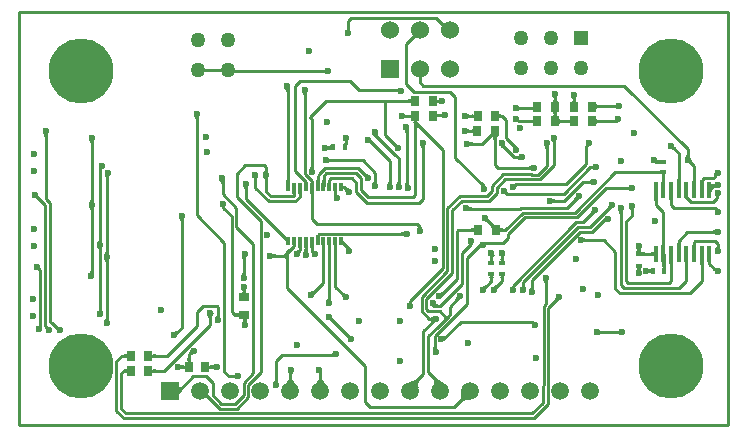
<source format=gbl>
G04*
G04 #@! TF.GenerationSoftware,Altium Limited,Altium Designer,18.0.12 (696)*
G04*
G04 Layer_Physical_Order=4*
G04 Layer_Color=16711680*
%FSLAX44Y44*%
%MOMM*%
G71*
G01*
G75*
%ADD10C,0.2540*%
%ADD15C,0.2000*%
%ADD19R,0.6000X0.4500*%
%ADD21R,0.4000X0.6000*%
%ADD25R,0.7000X0.9000*%
%ADD29R,0.8000X0.9000*%
%ADD30R,0.9000X0.7000*%
%ADD56C,1.2700*%
%ADD57R,1.2700X1.2700*%
%ADD58R,1.5240X1.5240*%
%ADD59C,1.5240*%
%ADD60R,1.5000X1.5000*%
%ADD61C,1.5000*%
%ADD62C,5.5000*%
%ADD63C,0.6000*%
%ADD64R,0.4500X0.6000*%
%ADD65R,0.3000X0.7000*%
%ADD66R,0.6000X0.4000*%
%ADD67R,0.3500X1.4000*%
G36*
X229241Y284965D02*
X229142Y284763D01*
X229055Y284548D01*
X228979Y284320D01*
X228916Y284080D01*
X228863Y283827D01*
X228793Y283281D01*
X228776Y282989D01*
X228770Y282684D01*
X226230Y282025D01*
X226220Y282333D01*
X226191Y282621D01*
X226143Y282888D01*
X226075Y283136D01*
X225988Y283364D01*
X225881Y283572D01*
X225755Y283760D01*
X225609Y283928D01*
X225445Y284076D01*
X225261Y284204D01*
X229352Y285154D01*
X229241Y284965D01*
D02*
G37*
G36*
X243750Y281405D02*
X243609Y281220D01*
X243485Y281020D01*
X243377Y280805D01*
X243286Y280575D01*
X243211Y280330D01*
X243153Y280070D01*
X243111Y279795D01*
X243086Y279505D01*
X243078Y279200D01*
X240538D01*
X240530Y279505D01*
X240505Y279795D01*
X240463Y280070D01*
X240405Y280330D01*
X240331Y280575D01*
X240239Y280805D01*
X240131Y281020D01*
X240007Y281220D01*
X239866Y281405D01*
X239708Y281576D01*
X243908D01*
X243750Y281405D01*
D02*
G37*
G36*
X455589Y277847D02*
X455448Y277662D01*
X455323Y277461D01*
X455215Y277246D01*
X455124Y277016D01*
X455049Y276771D01*
X454991Y276511D01*
X454950Y276236D01*
X454930Y276006D01*
X454967Y275578D01*
X455031Y275193D01*
X455120Y274858D01*
X455234Y274576D01*
X455374Y274344D01*
X455539Y274164D01*
X455729Y274036D01*
X455945Y273959D01*
X456186Y273933D01*
X451106D01*
X451348Y273959D01*
X451564Y274036D01*
X451754Y274164D01*
X451919Y274344D01*
X452059Y274576D01*
X452173Y274858D01*
X452262Y275193D01*
X452326Y275578D01*
X452363Y276006D01*
X452343Y276236D01*
X452302Y276511D01*
X452244Y276771D01*
X452169Y277016D01*
X452078Y277246D01*
X451970Y277461D01*
X451845Y277662D01*
X451704Y277847D01*
X451547Y278017D01*
X455746D01*
X455589Y277847D01*
D02*
G37*
G36*
X471814Y277059D02*
X471673Y276874D01*
X471548Y276674D01*
X471440Y276458D01*
X471349Y276228D01*
X471274Y275983D01*
X471216Y275723D01*
X471179Y275477D01*
X471192Y275324D01*
X471256Y274939D01*
X471345Y274604D01*
X471459Y274322D01*
X471599Y274090D01*
X471764Y273910D01*
X471954Y273782D01*
X472170Y273705D01*
X472411Y273679D01*
X467332D01*
X467573Y273705D01*
X467789Y273782D01*
X467979Y273910D01*
X468144Y274090D01*
X468284Y274322D01*
X468398Y274604D01*
X468487Y274939D01*
X468551Y275324D01*
X468564Y275477D01*
X468527Y275723D01*
X468469Y275983D01*
X468394Y276228D01*
X468303Y276458D01*
X468195Y276674D01*
X468070Y276874D01*
X467929Y277059D01*
X467771Y277229D01*
X471972D01*
X471814Y277059D01*
D02*
G37*
G36*
X331707Y272034D02*
X331681Y272275D01*
X331604Y272491D01*
X331476Y272682D01*
X331296Y272847D01*
X331064Y272987D01*
X330782Y273101D01*
X330447Y273190D01*
X330062Y273253D01*
X329625Y273291D01*
X329137Y273304D01*
Y275844D01*
X329625Y275857D01*
X330062Y275895D01*
X330447Y275958D01*
X330782Y276047D01*
X331064Y276161D01*
X331296Y276301D01*
X331476Y276466D01*
X331604Y276657D01*
X331681Y276873D01*
X331707Y277114D01*
Y272034D01*
D02*
G37*
G36*
X505604Y267648D02*
X505433Y267806D01*
X505248Y267947D01*
X505048Y268071D01*
X504833Y268179D01*
X504603Y268270D01*
X504358Y268345D01*
X504098Y268403D01*
X503823Y268445D01*
X503533Y268470D01*
X503228Y268478D01*
Y271018D01*
X503533Y271026D01*
X503823Y271051D01*
X504098Y271093D01*
X504358Y271151D01*
X504603Y271225D01*
X504833Y271317D01*
X505048Y271425D01*
X505248Y271549D01*
X505433Y271690D01*
X505604Y271848D01*
Y267648D01*
D02*
G37*
G36*
X488336Y272047D02*
X488413Y271831D01*
X488542Y271640D01*
X488722Y271475D01*
X488953Y271336D01*
X489236Y271221D01*
X489570Y271132D01*
X489956Y271069D01*
X490393Y271031D01*
X490881Y271018D01*
Y268478D01*
X490393Y268465D01*
X489956Y268427D01*
X489570Y268364D01*
X489236Y268275D01*
X488953Y268160D01*
X488722Y268021D01*
X488542Y267856D01*
X488413Y267665D01*
X488336Y267449D01*
X488311Y267208D01*
Y272288D01*
X488336Y272047D01*
D02*
G37*
G36*
X422683Y270166D02*
X422868Y270025D01*
X423068Y269901D01*
X423283Y269793D01*
X423513Y269701D01*
X423758Y269627D01*
X424018Y269569D01*
X424293Y269527D01*
X424583Y269502D01*
X424888Y269494D01*
Y266954D01*
X424583Y266946D01*
X424293Y266921D01*
X424018Y266879D01*
X423758Y266821D01*
X423513Y266747D01*
X423283Y266655D01*
X423068Y266547D01*
X422868Y266423D01*
X422683Y266282D01*
X422512Y266124D01*
Y270324D01*
X422683Y270166D01*
D02*
G37*
G36*
X435177Y265684D02*
X435152Y265925D01*
X435075Y266141D01*
X434948Y266332D01*
X434771Y266497D01*
X434542Y266637D01*
X434263Y266751D01*
X433932Y266840D01*
X433551Y266903D01*
X433120Y266941D01*
X432637Y266954D01*
Y269494D01*
X433120Y269507D01*
X433551Y269545D01*
X433932Y269608D01*
X434263Y269697D01*
X434542Y269811D01*
X434771Y269951D01*
X434948Y270116D01*
X435075Y270307D01*
X435152Y270523D01*
X435177Y270764D01*
Y265684D01*
D02*
G37*
G36*
X455945Y265029D02*
X455729Y264952D01*
X455539Y264824D01*
X455374Y264644D01*
X455234Y264412D01*
X455120Y264130D01*
X455031Y263795D01*
X454967Y263410D01*
X454961Y263342D01*
X454967Y263273D01*
X455031Y262888D01*
X455120Y262554D01*
X455234Y262271D01*
X455374Y262039D01*
X455539Y261859D01*
X455729Y261731D01*
X455945Y261654D01*
X456186Y261628D01*
X451106D01*
X451348Y261654D01*
X451564Y261731D01*
X451754Y261859D01*
X451919Y262039D01*
X452059Y262271D01*
X452173Y262554D01*
X452262Y262888D01*
X452326Y263273D01*
X452332Y263342D01*
X452326Y263410D01*
X452262Y263795D01*
X452173Y264130D01*
X452059Y264412D01*
X451919Y264644D01*
X451754Y264824D01*
X451564Y264952D01*
X451348Y265029D01*
X451106Y265055D01*
X456186D01*
X455945Y265029D01*
D02*
G37*
G36*
X379503Y263562D02*
X379688Y263421D01*
X379888Y263297D01*
X380103Y263189D01*
X380333Y263097D01*
X380578Y263023D01*
X380838Y262965D01*
X381113Y262923D01*
X381403Y262898D01*
X381708Y262890D01*
X381708Y260350D01*
X381403Y260342D01*
X381113Y260317D01*
X380838Y260275D01*
X380578Y260217D01*
X380333Y260142D01*
X380103Y260051D01*
X379888Y259943D01*
X379688Y259819D01*
X379503Y259678D01*
X379332Y259520D01*
X379332Y263720D01*
X379503Y263562D01*
D02*
G37*
G36*
X406440Y263675D02*
X406508Y263510D01*
X406621Y263365D01*
X406780Y263239D01*
X406984Y263132D01*
X407234Y263045D01*
X407529Y262977D01*
X407869Y262929D01*
X408255Y262900D01*
X408686Y262890D01*
Y260350D01*
X408255Y260340D01*
X407869Y260311D01*
X407529Y260263D01*
X407234Y260195D01*
X406984Y260108D01*
X406780Y260001D01*
X406621Y259875D01*
X406508Y259730D01*
X406440Y259566D01*
X406417Y259382D01*
Y263859D01*
X406440Y263675D01*
D02*
G37*
G36*
X152179Y261476D02*
X152019Y261308D01*
X151876Y261126D01*
X151749Y260927D01*
X151640Y260714D01*
X151547Y260485D01*
X151471Y260241D01*
X151412Y259981D01*
X151370Y259707D01*
X151344Y259417D01*
X151336Y259112D01*
X148796Y259157D01*
X148788Y259462D01*
X148763Y259752D01*
X148723Y260027D01*
X148665Y260288D01*
X148592Y260534D01*
X148502Y260765D01*
X148396Y260982D01*
X148274Y261184D01*
X148135Y261371D01*
X147980Y261543D01*
X152179Y261476D01*
D02*
G37*
G36*
X384509Y259080D02*
X384483Y259321D01*
X384407Y259537D01*
X384280Y259728D01*
X384102Y259893D01*
X383873Y260033D01*
X383594Y260147D01*
X383264Y260236D01*
X382883Y260299D01*
X382451Y260337D01*
X381968Y260350D01*
Y262890D01*
X382451Y262903D01*
X382883Y262941D01*
X383264Y263004D01*
X383594Y263093D01*
X383873Y263207D01*
X384102Y263347D01*
X384280Y263512D01*
X384407Y263703D01*
X384483Y263919D01*
X384509Y264160D01*
Y259080D01*
D02*
G37*
G36*
X506503Y255917D02*
X503022Y255778D01*
X502481Y258318D01*
X502797Y258327D01*
X503082Y258355D01*
X503337Y258402D01*
X503561Y258467D01*
X503755Y258550D01*
X503919Y258653D01*
X504052Y258774D01*
X504154Y258913D01*
X504226Y259071D01*
X504268Y259248D01*
X506503Y255917D01*
D02*
G37*
G36*
X435255Y254649D02*
X435229Y254890D01*
X435153Y255106D01*
X435026Y255297D01*
X434848Y255462D01*
X434619Y255602D01*
X434340Y255716D01*
X434010Y255805D01*
X433629Y255868D01*
X433197Y255906D01*
X432715Y255919D01*
Y258459D01*
X433197Y258472D01*
X433629Y258510D01*
X434010Y258573D01*
X434340Y258662D01*
X434619Y258776D01*
X434848Y258916D01*
X435026Y259081D01*
X435153Y259272D01*
X435229Y259488D01*
X435255Y259729D01*
Y254649D01*
D02*
G37*
G36*
X488558Y259347D02*
X488635Y259131D01*
X488762Y258940D01*
X488939Y258775D01*
X489168Y258636D01*
X489447Y258521D01*
X489778Y258432D01*
X490159Y258369D01*
X490590Y258331D01*
X491073Y258318D01*
Y255778D01*
X490590Y255765D01*
X490159Y255727D01*
X489778Y255664D01*
X489447Y255575D01*
X489168Y255460D01*
X488939Y255321D01*
X488762Y255156D01*
X488635Y254965D01*
X488558Y254749D01*
X488533Y254508D01*
Y259588D01*
X488558Y259347D01*
D02*
G37*
G36*
X466624Y254508D02*
X466599Y254749D01*
X466522Y254965D01*
X466393Y255156D01*
X466213Y255321D01*
X465982Y255460D01*
X465699Y255575D01*
X465365Y255664D01*
X464979Y255727D01*
X464542Y255765D01*
X464054Y255778D01*
Y258318D01*
X464542Y258331D01*
X464979Y258369D01*
X465365Y258432D01*
X465699Y258521D01*
X465982Y258636D01*
X466213Y258775D01*
X466393Y258940D01*
X466522Y259131D01*
X466599Y259347D01*
X466624Y259588D01*
Y254508D01*
D02*
G37*
G36*
X457189Y259347D02*
X457266Y259131D01*
X457394Y258940D01*
X457574Y258775D01*
X457806Y258636D01*
X458088Y258521D01*
X458423Y258432D01*
X458808Y258369D01*
X459245Y258331D01*
X459734Y258318D01*
Y255778D01*
X459245Y255765D01*
X458808Y255727D01*
X458423Y255664D01*
X458088Y255575D01*
X457806Y255460D01*
X457574Y255321D01*
X457394Y255156D01*
X457266Y254965D01*
X457189Y254749D01*
X457163Y254508D01*
Y259588D01*
X457189Y259347D01*
D02*
G37*
G36*
X336180Y259039D02*
X336234Y258553D01*
X336324Y258082D01*
X336449Y257626D01*
X336611Y257185D01*
X336809Y256759D01*
X337042Y256348D01*
X337312Y255951D01*
X337617Y255570D01*
X337958Y255203D01*
Y251611D01*
X337617Y251927D01*
X337312Y252156D01*
X337042Y252299D01*
X336809Y252354D01*
X336611Y252323D01*
X336449Y252206D01*
X336324Y252001D01*
X336234Y251710D01*
X336180Y251332D01*
X336162Y250867D01*
X333622Y256473D01*
X336162Y259539D01*
X336180Y259039D01*
D02*
G37*
G36*
X384352Y246260D02*
X384327Y246501D01*
X384251Y246717D01*
X384124Y246908D01*
X383946Y247073D01*
X383717Y247213D01*
X383438Y247327D01*
X383108Y247416D01*
X382727Y247479D01*
X382295Y247517D01*
X381950Y247526D01*
X381777Y247522D01*
X381487Y247497D01*
X381212Y247455D01*
X380952Y247397D01*
X380707Y247323D01*
X380477Y247231D01*
X380262Y247123D01*
X380062Y246999D01*
X379877Y246858D01*
X379706Y246700D01*
Y250900D01*
X379877Y250742D01*
X380062Y250601D01*
X380262Y250477D01*
X380477Y250369D01*
X380707Y250278D01*
X380952Y250203D01*
X381212Y250145D01*
X381487Y250103D01*
X381777Y250078D01*
X381950Y250074D01*
X382295Y250083D01*
X382727Y250121D01*
X383108Y250184D01*
X383438Y250273D01*
X383717Y250387D01*
X383946Y250527D01*
X384124Y250692D01*
X384251Y250883D01*
X384327Y251099D01*
X384352Y251340D01*
Y246260D01*
D02*
G37*
G36*
X329968Y250278D02*
X329857Y250078D01*
X329759Y249864D01*
X329674Y249637D01*
X329602Y249398D01*
X329543Y249145D01*
X329497Y248880D01*
X329464Y248601D01*
X329438Y248006D01*
X326898Y247520D01*
X326889Y247827D01*
X326860Y248116D01*
X326813Y248385D01*
X326747Y248637D01*
X326662Y248869D01*
X326558Y249084D01*
X326435Y249279D01*
X326293Y249456D01*
X326133Y249615D01*
X325953Y249755D01*
X330093Y250466D01*
X329968Y250278D01*
D02*
G37*
G36*
X24294Y246353D02*
X24153Y246168D01*
X24029Y245968D01*
X23921Y245753D01*
X23830Y245523D01*
X23755Y245278D01*
X23697Y245018D01*
X23655Y244743D01*
X23630Y244453D01*
X23622Y244148D01*
X21082D01*
X21074Y244453D01*
X21049Y244743D01*
X21007Y245018D01*
X20949Y245278D01*
X20875Y245523D01*
X20783Y245753D01*
X20675Y245968D01*
X20551Y246168D01*
X20410Y246353D01*
X20252Y246524D01*
X24452D01*
X24294Y246353D01*
D02*
G37*
G36*
X303496Y246397D02*
X303434Y246239D01*
X303407Y246073D01*
X303414Y245897D01*
X303457Y245712D01*
X303535Y245518D01*
X303647Y245315D01*
X303795Y245103D01*
X303977Y244882D01*
X304194Y244652D01*
X301990Y243264D01*
X299663Y245862D01*
X303593Y246546D01*
X303496Y246397D01*
D02*
G37*
G36*
X401927Y244361D02*
X405178D01*
X404937Y244335D01*
X404721Y244258D01*
X404530Y244130D01*
X404365Y243950D01*
X404226Y243718D01*
X404111Y243436D01*
X404022Y243101D01*
X403959Y242716D01*
X403921Y242279D01*
X403908Y241791D01*
X401368D01*
X401355Y242279D01*
X401317Y242716D01*
X401254Y243101D01*
X401165Y243436D01*
X401050Y243718D01*
X400911Y243950D01*
X400746Y244130D01*
X400555Y244258D01*
X400447Y244297D01*
X400340Y244235D01*
X399912Y243933D01*
X399438Y243548D01*
X398353Y242534D01*
X397556Y245331D01*
X398014Y245806D01*
X398745Y246680D01*
X399017Y247078D01*
X399227Y247451D01*
X399376Y247797D01*
X399463Y248117D01*
X399488Y248412D01*
X399451Y248680D01*
X399352Y248923D01*
X401927Y244361D01*
D02*
G37*
G36*
X63410Y240765D02*
X63269Y240580D01*
X63145Y240380D01*
X63037Y240165D01*
X62945Y239935D01*
X62871Y239690D01*
X62813Y239430D01*
X62771Y239155D01*
X62746Y238865D01*
X62738Y238560D01*
X60198D01*
X60190Y238865D01*
X60165Y239155D01*
X60123Y239430D01*
X60065Y239690D01*
X59991Y239935D01*
X59899Y240165D01*
X59791Y240380D01*
X59667Y240580D01*
X59526Y240765D01*
X59368Y240936D01*
X63568D01*
X63410Y240765D01*
D02*
G37*
G36*
X278129Y240779D02*
X278787D01*
X278662Y240658D01*
X278551Y240514D01*
X278452Y240348D01*
X278367Y240159D01*
X278294Y239949D01*
X278235Y239716D01*
X278189Y239460D01*
X278156Y239183D01*
X278130Y238560D01*
X278018D01*
X278011Y238453D01*
X277983Y238428D01*
X274320Y238397D01*
X274561Y238425D01*
X274777Y238503D01*
X274968Y238633D01*
X275133Y238813D01*
X275273Y239045D01*
X275387Y239327D01*
X275476Y239660D01*
X275485Y239716D01*
X275485Y239716D01*
X275426Y239949D01*
X275353Y240159D01*
X275268Y240348D01*
X275169Y240514D01*
X275058Y240658D01*
X274933Y240779D01*
X275585D01*
X275590Y240966D01*
X278130D01*
X278129Y240779D01*
D02*
G37*
G36*
X455013Y240686D02*
X454886Y240491D01*
X454773Y240283D01*
X454676Y240061D01*
X454594Y239825D01*
X454526Y239575D01*
X454473Y239312D01*
X454436Y239035D01*
X454413Y238744D01*
X454406Y238440D01*
X451866Y238201D01*
X451857Y238507D01*
X451830Y238796D01*
X451786Y239069D01*
X451723Y239325D01*
X451642Y239564D01*
X451544Y239787D01*
X451427Y239993D01*
X451293Y240182D01*
X451141Y240355D01*
X450971Y240511D01*
X455156Y240867D01*
X455013Y240686D01*
D02*
G37*
G36*
X297871Y242034D02*
X297946Y241824D01*
X298038Y241612D01*
X298148Y241399D01*
X298274Y241185D01*
X298417Y240970D01*
X298755Y240537D01*
X298950Y240319D01*
X299161Y240099D01*
X297862Y237806D01*
X297637Y238017D01*
X297413Y238200D01*
X297190Y238354D01*
X296967Y238481D01*
X296744Y238579D01*
X296523Y238649D01*
X296302Y238691D01*
X296081Y238705D01*
X295861Y238691D01*
X295641Y238649D01*
X297814Y242243D01*
X297871Y242034D01*
D02*
G37*
G36*
X263545Y232488D02*
X263519Y232715D01*
X263443Y232917D01*
X263316Y233096D01*
X263138Y233251D01*
X262910Y233382D01*
X262630Y233489D01*
X262313Y233569D01*
X262214Y233547D01*
X261969Y233472D01*
X261739Y233381D01*
X261524Y233273D01*
X261324Y233149D01*
X261139Y233008D01*
X260968Y232850D01*
Y237050D01*
X261139Y236892D01*
X261324Y236751D01*
X261524Y236627D01*
X261739Y236519D01*
X261969Y236427D01*
X262214Y236353D01*
X262303Y236333D01*
X262312Y236334D01*
X262646Y236423D01*
X262929Y236537D01*
X263160Y236677D01*
X263340Y236842D01*
X263470Y237033D01*
X263548Y237249D01*
X263575Y237490D01*
X263545Y232488D01*
D02*
G37*
G36*
X381789Y239940D02*
X381974Y239799D01*
X382174Y239675D01*
X382389Y239567D01*
X382619Y239475D01*
X382864Y239401D01*
X383124Y239343D01*
X383399Y239301D01*
X383689Y239276D01*
X383994Y239268D01*
Y236728D01*
X383689Y236720D01*
X383399Y236695D01*
X383124Y236653D01*
X382864Y236595D01*
X382619Y236521D01*
X382389Y236429D01*
X382174Y236321D01*
X381974Y236197D01*
X381789Y236056D01*
X381618Y235898D01*
Y240098D01*
X381789Y239940D01*
D02*
G37*
G36*
X318727Y238325D02*
X318950Y238137D01*
X319173Y237972D01*
X319398Y237830D01*
X319624Y237709D01*
X319851Y237611D01*
X320080Y237535D01*
X320309Y237482D01*
X320540Y237451D01*
X320772Y237442D01*
X317802Y234472D01*
X317793Y234704D01*
X317762Y234935D01*
X317709Y235164D01*
X317633Y235392D01*
X317535Y235620D01*
X317414Y235846D01*
X317272Y236071D01*
X317106Y236294D01*
X316919Y236517D01*
X316709Y236739D01*
X318505Y238535D01*
X318727Y238325D01*
D02*
G37*
G36*
X411047Y237048D02*
X411003Y236853D01*
X410991Y236654D01*
X411011Y236452D01*
X411063Y236245D01*
X411147Y236034D01*
X411264Y235819D01*
X411413Y235600D01*
X411594Y235376D01*
X411807Y235149D01*
X408987Y234377D01*
X408757Y234603D01*
X407781Y235463D01*
X407620Y235581D01*
X407333Y235761D01*
X407207Y235824D01*
X411124Y237238D01*
X411047Y237048D01*
D02*
G37*
G36*
X419678Y237314D02*
X420112Y236939D01*
X420326Y236776D01*
X420749Y236502D01*
X420958Y236389D01*
X421164Y236293D01*
X421369Y236214D01*
X421572Y236152D01*
X417914Y234088D01*
X417962Y234304D01*
X417981Y234521D01*
X417972Y234739D01*
X417934Y234958D01*
X417866Y235178D01*
X417770Y235399D01*
X417646Y235622D01*
X417492Y235845D01*
X417310Y236069D01*
X417099Y236294D01*
X419458Y237526D01*
X419678Y237314D01*
D02*
G37*
G36*
X448474Y236193D02*
X448333Y236008D01*
X448209Y235808D01*
X448101Y235593D01*
X448009Y235363D01*
X447935Y235118D01*
X447877Y234858D01*
X447835Y234583D01*
X447810Y234293D01*
X447802Y233988D01*
X445262D01*
X445254Y234293D01*
X445229Y234583D01*
X445187Y234858D01*
X445129Y235118D01*
X445055Y235363D01*
X444963Y235593D01*
X444855Y235808D01*
X444731Y236008D01*
X444590Y236193D01*
X444432Y236364D01*
X448632D01*
X448474Y236193D01*
D02*
G37*
G36*
X343826D02*
X343685Y236008D01*
X343561Y235808D01*
X343453Y235593D01*
X343362Y235363D01*
X343287Y235118D01*
X343229Y234858D01*
X343187Y234583D01*
X343162Y234293D01*
X343154Y233988D01*
X340614D01*
X340606Y234293D01*
X340581Y234583D01*
X340539Y234858D01*
X340481Y235118D01*
X340406Y235363D01*
X340315Y235593D01*
X340207Y235808D01*
X340083Y236008D01*
X339942Y236193D01*
X339784Y236364D01*
X343984D01*
X343826Y236193D01*
D02*
G37*
G36*
X555205Y236212D02*
X555236Y235981D01*
X555289Y235752D01*
X555365Y235523D01*
X555463Y235296D01*
X555584Y235070D01*
X555726Y234845D01*
X555891Y234622D01*
X556079Y234399D01*
X556289Y234177D01*
X554493Y232381D01*
X554271Y232591D01*
X554049Y232778D01*
X553825Y232944D01*
X553600Y233086D01*
X553374Y233207D01*
X553147Y233305D01*
X552918Y233381D01*
X552689Y233434D01*
X552458Y233465D01*
X552226Y233474D01*
X555196Y236444D01*
X555205Y236212D01*
D02*
G37*
G36*
X567444Y228749D02*
X567469Y228459D01*
X567511Y228184D01*
X567569Y227924D01*
X567644Y227679D01*
X567735Y227449D01*
X567843Y227234D01*
X567967Y227034D01*
X568108Y226849D01*
X568266Y226678D01*
X564066D01*
X564224Y226849D01*
X564365Y227034D01*
X564489Y227234D01*
X564597Y227449D01*
X564688Y227679D01*
X564763Y227924D01*
X564821Y228184D01*
X564863Y228459D01*
X564888Y228749D01*
X564896Y229054D01*
X567436D01*
X567444Y228749D01*
D02*
G37*
G36*
X423172Y224468D02*
X423001Y224626D01*
X422816Y224767D01*
X422616Y224891D01*
X422401Y224999D01*
X422171Y225091D01*
X421926Y225165D01*
X421666Y225223D01*
X421391Y225265D01*
X421101Y225290D01*
X420796Y225298D01*
Y227838D01*
X421101Y227846D01*
X421391Y227871D01*
X421666Y227913D01*
X421926Y227971D01*
X422171Y228046D01*
X422401Y228137D01*
X422616Y228245D01*
X422816Y228369D01*
X423001Y228510D01*
X423172Y228668D01*
Y224468D01*
D02*
G37*
G36*
X261901Y225970D02*
X262086Y225829D01*
X262286Y225705D01*
X262501Y225597D01*
X262731Y225506D01*
X262976Y225431D01*
X263236Y225373D01*
X263511Y225331D01*
X263801Y225306D01*
X264106Y225298D01*
Y222758D01*
X263801Y222750D01*
X263511Y222725D01*
X263236Y222683D01*
X262976Y222625D01*
X262731Y222551D01*
X262501Y222459D01*
X262286Y222351D01*
X262086Y222227D01*
X261901Y222086D01*
X261730Y221928D01*
Y226128D01*
X261901Y225970D01*
D02*
G37*
G36*
X540198Y224991D02*
X540283Y224827D01*
X540396Y224683D01*
X540538Y224557D01*
X540709Y224451D01*
X540908Y224364D01*
X541137Y224297D01*
X541207Y224284D01*
X541466Y224322D01*
X541745Y224385D01*
X541974Y224462D01*
X542152Y224553D01*
X542279Y224658D01*
X542355Y224777D01*
X542380Y224909D01*
Y220970D01*
X542355Y221103D01*
X542279Y221222D01*
X542152Y221327D01*
X541974Y221418D01*
X541745Y221495D01*
X541466Y221558D01*
X541136Y221607D01*
X540755Y221642D01*
X539929Y221667D01*
X538078Y221664D01*
X540141Y225174D01*
X540198Y224991D01*
D02*
G37*
G36*
X569175Y224274D02*
X569206Y224043D01*
X569259Y223814D01*
X569335Y223585D01*
X569433Y223358D01*
X569554Y223132D01*
X569696Y222907D01*
X569861Y222684D01*
X570049Y222461D01*
X570259Y222239D01*
X568463Y220443D01*
X568241Y220653D01*
X568018Y220840D01*
X567795Y221006D01*
X567570Y221148D01*
X567344Y221269D01*
X567117Y221367D01*
X566888Y221443D01*
X566659Y221496D01*
X566428Y221527D01*
X566196Y221536D01*
X569166Y224506D01*
X569175Y224274D01*
D02*
G37*
G36*
X249099Y218685D02*
X249124Y218395D01*
X249165Y218120D01*
X249223Y217860D01*
X249298Y217615D01*
X249389Y217385D01*
X249497Y217170D01*
X249622Y216970D01*
X249763Y216785D01*
X249921Y216614D01*
X245721D01*
X245878Y216785D01*
X246019Y216970D01*
X246144Y217170D01*
X246252Y217385D01*
X246343Y217615D01*
X246418Y217860D01*
X246476Y218120D01*
X246517Y218395D01*
X246542Y218685D01*
X246551Y218990D01*
X249090D01*
X249099Y218685D01*
D02*
G37*
G36*
X486554Y216086D02*
X486383Y216244D01*
X486198Y216385D01*
X485998Y216509D01*
X485783Y216617D01*
X485553Y216709D01*
X485308Y216783D01*
X485048Y216841D01*
X484773Y216883D01*
X484483Y216908D01*
X484178Y216916D01*
Y219456D01*
X484483Y219464D01*
X484773Y219489D01*
X485048Y219531D01*
X485308Y219589D01*
X485553Y219664D01*
X485783Y219755D01*
X485998Y219863D01*
X486198Y219987D01*
X486383Y220128D01*
X486554Y220286D01*
Y216086D01*
D02*
G37*
G36*
X433976Y215832D02*
X433805Y215990D01*
X433620Y216131D01*
X433420Y216255D01*
X433205Y216363D01*
X432975Y216455D01*
X432730Y216529D01*
X432470Y216587D01*
X432195Y216629D01*
X431905Y216654D01*
X431600Y216662D01*
Y219202D01*
X431905Y219210D01*
X432195Y219235D01*
X432470Y219277D01*
X432730Y219335D01*
X432975Y219410D01*
X433205Y219501D01*
X433420Y219609D01*
X433620Y219733D01*
X433805Y219874D01*
X433976Y220032D01*
Y215832D01*
D02*
G37*
G36*
X70824Y216036D02*
X70639Y215974D01*
X70474Y215884D01*
X70328Y215766D01*
X70201Y215620D01*
X70094Y215446D01*
X70006Y215244D01*
X69938Y215015D01*
X69889Y214757D01*
X69860Y214472D01*
X69850Y214159D01*
X67310Y214564D01*
X67248Y218030D01*
X70824Y216036D01*
D02*
G37*
G36*
X210320Y215795D02*
X210345Y215505D01*
X210387Y215230D01*
X210445Y214970D01*
X210520Y214725D01*
X210611Y214495D01*
X210719Y214280D01*
X210843Y214080D01*
X210984Y213895D01*
X211142Y213724D01*
X206942D01*
X207100Y213895D01*
X207241Y214080D01*
X207365Y214280D01*
X207473Y214495D01*
X207565Y214725D01*
X207639Y214970D01*
X207697Y215230D01*
X207739Y215505D01*
X207764Y215795D01*
X207772Y216100D01*
X210312D01*
X210320Y215795D01*
D02*
G37*
G36*
X542380Y211971D02*
X542355Y212103D01*
X542279Y212222D01*
X542152Y212327D01*
X541974Y212418D01*
X541745Y212495D01*
X541466Y212558D01*
X541136Y212607D01*
X540755Y212642D01*
X539841Y212670D01*
Y215210D01*
X540323Y215217D01*
X541136Y215273D01*
X541466Y215322D01*
X541745Y215385D01*
X541974Y215462D01*
X542152Y215553D01*
X542279Y215658D01*
X542355Y215777D01*
X542380Y215910D01*
Y211971D01*
D02*
G37*
G36*
X293279Y213385D02*
X293501Y213197D01*
X293725Y213032D01*
X293950Y212890D01*
X294176Y212769D01*
X294403Y212671D01*
X294632Y212595D01*
X294861Y212542D01*
X295092Y212511D01*
X295324Y212502D01*
X292354Y209532D01*
X292345Y209764D01*
X292314Y209995D01*
X292261Y210224D01*
X292185Y210452D01*
X292087Y210680D01*
X291966Y210906D01*
X291824Y211131D01*
X291658Y211355D01*
X291471Y211577D01*
X291261Y211799D01*
X293057Y213595D01*
X293279Y213385D01*
D02*
G37*
G36*
X547649Y211975D02*
X547433Y211898D01*
X547242Y211770D01*
X547077Y211590D01*
X546937Y211358D01*
X546823Y211076D01*
X546734Y210741D01*
X546671Y210356D01*
X546633Y209919D01*
X546620Y209431D01*
X544080D01*
X544067Y209919D01*
X544029Y210356D01*
X543966Y210741D01*
X543877Y211076D01*
X543763Y211358D01*
X543623Y211590D01*
X543458Y211770D01*
X543267Y211898D01*
X543051Y211975D01*
X542810Y212001D01*
X547890D01*
X547649Y211975D01*
D02*
G37*
G36*
X76180Y210530D02*
X75990Y210447D01*
X75821Y210339D01*
X75672Y210206D01*
X75542Y210047D01*
X75433Y209862D01*
X75343Y209653D01*
X75274Y209418D01*
X75224Y209157D01*
X75194Y208871D01*
X75184Y208560D01*
X72644Y209964D01*
X72641Y210284D01*
X72552Y211587D01*
X72519Y211788D01*
X72437Y212131D01*
X72388Y212272D01*
X76180Y210530D01*
D02*
G37*
G36*
X201840Y209523D02*
X201699Y209338D01*
X201575Y209138D01*
X201467Y208923D01*
X201376Y208693D01*
X201301Y208448D01*
X201243Y208188D01*
X201201Y207913D01*
X201176Y207623D01*
X201168Y207318D01*
X198628D01*
X198620Y207623D01*
X198595Y207913D01*
X198553Y208188D01*
X198495Y208448D01*
X198421Y208693D01*
X198329Y208923D01*
X198221Y209138D01*
X198097Y209338D01*
X197956Y209523D01*
X197798Y209694D01*
X201998D01*
X201840Y209523D01*
D02*
G37*
G36*
X210984Y209269D02*
X210843Y209084D01*
X210719Y208884D01*
X210611Y208669D01*
X210520Y208439D01*
X210445Y208194D01*
X210387Y207934D01*
X210345Y207659D01*
X210320Y207369D01*
X210312Y207064D01*
X207772D01*
X207764Y207369D01*
X207739Y207659D01*
X207697Y207934D01*
X207639Y208194D01*
X207565Y208439D01*
X207473Y208669D01*
X207365Y208884D01*
X207241Y209084D01*
X207100Y209269D01*
X206942Y209440D01*
X211142D01*
X210984Y209269D01*
D02*
G37*
G36*
X572625Y208087D02*
X572732Y206665D01*
X572782Y206436D01*
X572840Y206258D01*
X572908Y206131D01*
X572984Y206055D01*
X573070Y206029D01*
X569631D01*
X569716Y206055D01*
X569792Y206131D01*
X569860Y206258D01*
X569918Y206436D01*
X569968Y206665D01*
X570008Y206944D01*
X570062Y207655D01*
X570080Y208570D01*
X572620D01*
X572625Y208087D01*
D02*
G37*
G36*
X559624D02*
X559732Y206665D01*
X559782Y206436D01*
X559840Y206258D01*
X559908Y206131D01*
X559984Y206055D01*
X560070Y206029D01*
X556631D01*
X556716Y206055D01*
X556792Y206131D01*
X556860Y206258D01*
X556918Y206436D01*
X556968Y206665D01*
X557008Y206944D01*
X557062Y207655D01*
X557080Y208570D01*
X559620D01*
X559624Y208087D01*
D02*
G37*
G36*
X546624D02*
X546732Y206665D01*
X546782Y206436D01*
X546840Y206258D01*
X546908Y206131D01*
X546984Y206055D01*
X547070Y206029D01*
X543630D01*
X543716Y206055D01*
X543792Y206131D01*
X543860Y206258D01*
X543918Y206436D01*
X543968Y206665D01*
X544008Y206944D01*
X544062Y207655D01*
X544080Y208570D01*
X546620D01*
X546624Y208087D01*
D02*
G37*
G36*
X579122Y207229D02*
X579175Y206379D01*
X579199Y206242D01*
X579227Y206136D01*
X579260Y206060D01*
X579297Y206014D01*
X579338Y205999D01*
X576362D01*
X576403Y206014D01*
X576440Y206060D01*
X576473Y206136D01*
X576501Y206242D01*
X576525Y206379D01*
X576545Y206546D01*
X576571Y206971D01*
X576580Y207518D01*
X579120D01*
X579122Y207229D01*
D02*
G37*
G36*
X263772Y207244D02*
X263868Y205578D01*
X263898Y205462D01*
X263932Y205393D01*
X263969Y205369D01*
X261030D01*
X261068Y205393D01*
X261102Y205462D01*
X261132Y205578D01*
X261158Y205740D01*
X261180Y205948D01*
X261222Y206851D01*
X261230Y207684D01*
X263770D01*
X263772Y207244D01*
D02*
G37*
G36*
X258969Y205369D02*
X256030D01*
X256102Y205395D01*
X256166Y205471D01*
X256223Y205598D01*
X256272Y205776D01*
X256314Y206005D01*
X256348Y206284D01*
X256393Y206995D01*
X256409Y207910D01*
X258948D01*
X258969Y205369D01*
D02*
G37*
G36*
X253772Y207427D02*
X253898Y205471D01*
X253932Y205395D01*
X253969Y205369D01*
X251030D01*
X251068Y205395D01*
X251102Y205471D01*
X251132Y205598D01*
X251158Y205776D01*
X251198Y206284D01*
X251230Y207910D01*
X253770D01*
X253772Y207427D01*
D02*
G37*
G36*
X228772D02*
X228898Y205471D01*
X228932Y205395D01*
X228969Y205369D01*
X226031D01*
X226068Y205395D01*
X226102Y205471D01*
X226132Y205598D01*
X226158Y205776D01*
X226198Y206284D01*
X226230Y207910D01*
X228770D01*
X228772Y207427D01*
D02*
G37*
G36*
X302776Y206905D02*
X302801Y206615D01*
X302843Y206340D01*
X302901Y206080D01*
X302976Y205835D01*
X303067Y205605D01*
X303175Y205390D01*
X303299Y205190D01*
X303440Y205005D01*
X303598Y204834D01*
X299398D01*
X299556Y205005D01*
X299697Y205190D01*
X299821Y205390D01*
X299929Y205605D01*
X300021Y205835D01*
X300095Y206080D01*
X300153Y206340D01*
X300195Y206615D01*
X300220Y206905D01*
X300228Y207210D01*
X302768D01*
X302776Y206905D01*
D02*
G37*
G36*
X174089Y206643D02*
X173962Y206448D01*
X173849Y206240D01*
X173752Y206018D01*
X173669Y205782D01*
X173602Y205532D01*
X173549Y205269D01*
X173512Y204992D01*
X173489Y204701D01*
X173482Y204397D01*
X170942Y204159D01*
X170933Y204464D01*
X170906Y204754D01*
X170861Y205026D01*
X170799Y205282D01*
X170718Y205521D01*
X170620Y205744D01*
X170503Y205950D01*
X170369Y206140D01*
X170217Y206313D01*
X170047Y206469D01*
X174232Y206824D01*
X174089Y206643D01*
D02*
G37*
G36*
X589760Y201467D02*
X589630Y201566D01*
X589489Y201630D01*
X589337Y201659D01*
X589173Y201652D01*
X588998Y201610D01*
X588812Y201532D01*
X588614Y201419D01*
X588405Y201271D01*
X588185Y201087D01*
X587954Y200868D01*
X587866Y201022D01*
Y200779D01*
X587519Y200415D01*
X587208Y200051D01*
X586934Y199689D01*
X586697Y199328D01*
X586496Y198968D01*
X586331Y198610D01*
X586203Y198252D01*
X586112Y197896D01*
X586057Y197541D01*
X586039Y197187D01*
Y204372D01*
X586057Y204043D01*
X586112Y203787D01*
X586203Y203605D01*
X586331Y203495D01*
X586496Y203458D01*
X586697Y203495D01*
X586934Y203605D01*
X587208Y203787D01*
X587519Y204043D01*
X587866Y204372D01*
Y204147D01*
X589359Y205363D01*
X589760Y201467D01*
D02*
G37*
G36*
X484654Y203561D02*
X484466Y203686D01*
X484266Y203797D01*
X484052Y203895D01*
X483825Y203980D01*
X483586Y204052D01*
X483333Y204111D01*
X483068Y204157D01*
X482789Y204190D01*
X482194Y204216D01*
X481708Y206756D01*
X482015Y206765D01*
X482304Y206794D01*
X482573Y206841D01*
X482825Y206907D01*
X483057Y206992D01*
X483272Y207096D01*
X483467Y207219D01*
X483644Y207361D01*
X483803Y207521D01*
X483943Y207701D01*
X484654Y203561D01*
D02*
G37*
G36*
X322588Y205381D02*
X322613Y205091D01*
X322655Y204816D01*
X322713Y204556D01*
X322788Y204311D01*
X322879Y204081D01*
X322987Y203866D01*
X323111Y203666D01*
X323252Y203481D01*
X323410Y203310D01*
X319210D01*
X319368Y203481D01*
X319509Y203666D01*
X319633Y203866D01*
X319741Y204081D01*
X319832Y204311D01*
X319907Y204556D01*
X319965Y204816D01*
X320007Y205091D01*
X320032Y205381D01*
X320040Y205686D01*
X322580D01*
X322588Y205381D01*
D02*
G37*
G36*
X314968D02*
X314993Y205091D01*
X315035Y204816D01*
X315093Y204556D01*
X315168Y204311D01*
X315259Y204081D01*
X315367Y203866D01*
X315491Y203666D01*
X315632Y203481D01*
X315790Y203310D01*
X311590D01*
X311748Y203481D01*
X311889Y203666D01*
X312013Y203866D01*
X312121Y204081D01*
X312213Y204311D01*
X312287Y204556D01*
X312345Y204816D01*
X312387Y205091D01*
X312412Y205381D01*
X312420Y205686D01*
X314960D01*
X314968Y205381D01*
D02*
G37*
G36*
X329448Y205362D02*
X329477Y205075D01*
X329526Y204808D01*
X329595Y204562D01*
X329683Y204337D01*
X329790Y204132D01*
X329918Y203948D01*
X330065Y203784D01*
X330231Y203642D01*
X330417Y203520D01*
X326355Y202453D01*
X326458Y202641D01*
X326550Y202843D01*
X326632Y203057D01*
X326702Y203284D01*
X326762Y203524D01*
X326811Y203778D01*
X326876Y204323D01*
X326893Y204616D01*
X326898Y204921D01*
X329438Y205671D01*
X329448Y205362D01*
D02*
G37*
G36*
X394916Y202167D02*
X390994Y201571D01*
X391092Y201714D01*
X391155Y201867D01*
X391183Y202029D01*
X391176Y202201D01*
X391134Y202383D01*
X391056Y202575D01*
X390944Y202776D01*
X390796Y202987D01*
X390613Y203208D01*
X390396Y203438D01*
X392626Y204800D01*
X394916Y202167D01*
D02*
G37*
G36*
X193712Y202157D02*
X193571Y201972D01*
X193447Y201772D01*
X193339Y201557D01*
X193248Y201327D01*
X193173Y201082D01*
X193115Y200822D01*
X193073Y200547D01*
X193048Y200257D01*
X193040Y199952D01*
X190500D01*
X190492Y200257D01*
X190467Y200547D01*
X190425Y200822D01*
X190367Y201082D01*
X190292Y201327D01*
X190201Y201557D01*
X190093Y201772D01*
X189969Y201972D01*
X189828Y202157D01*
X189670Y202328D01*
X193870D01*
X193712Y202157D01*
D02*
G37*
G36*
X516574Y198306D02*
X516403Y198464D01*
X516218Y198605D01*
X516018Y198729D01*
X515803Y198837D01*
X515573Y198929D01*
X515328Y199003D01*
X515068Y199061D01*
X514793Y199103D01*
X514503Y199128D01*
X514198Y199136D01*
Y201676D01*
X514503Y201684D01*
X514793Y201709D01*
X515068Y201751D01*
X515328Y201809D01*
X515573Y201884D01*
X515803Y201975D01*
X516018Y202083D01*
X516218Y202207D01*
X516403Y202348D01*
X516574Y202506D01*
Y198306D01*
D02*
G37*
G36*
X277071Y201241D02*
X277293Y201054D01*
X277517Y200888D01*
X277742Y200746D01*
X277968Y200625D01*
X278195Y200527D01*
X278424Y200451D01*
X278653Y200398D01*
X278884Y200367D01*
X279116Y200358D01*
X276146Y197388D01*
X276137Y197620D01*
X276106Y197851D01*
X276053Y198080D01*
X275977Y198309D01*
X275879Y198536D01*
X275758Y198762D01*
X275616Y198987D01*
X275450Y199210D01*
X275263Y199433D01*
X275053Y199655D01*
X276849Y201451D01*
X277071Y201241D01*
D02*
G37*
G36*
X248932Y198405D02*
X248898Y198329D01*
X248868Y198202D01*
X248842Y198024D01*
X248802Y197516D01*
X248770Y195891D01*
X246230D01*
X246228Y196373D01*
X246102Y198329D01*
X246068Y198405D01*
X246030Y198431D01*
X248969D01*
X248932Y198405D01*
D02*
G37*
G36*
X238932D02*
X238898Y198329D01*
X238868Y198202D01*
X238842Y198024D01*
X238802Y197516D01*
X238770Y195891D01*
X236230D01*
X236228Y196373D01*
X236102Y198329D01*
X236068Y198405D01*
X236031Y198431D01*
X238969D01*
X238932Y198405D01*
D02*
G37*
G36*
X233932D02*
X233898Y198329D01*
X233868Y198202D01*
X233842Y198024D01*
X233802Y197516D01*
X233770Y195891D01*
X231230D01*
X231228Y196373D01*
X231102Y198329D01*
X231068Y198405D01*
X231031Y198431D01*
X233969D01*
X233932Y198405D01*
D02*
G37*
G36*
X268932D02*
X268898Y198329D01*
X268868Y198202D01*
X268842Y198024D01*
X268802Y197516D01*
X268781Y196454D01*
X268807Y196187D01*
X268854Y195931D01*
X268920Y195706D01*
X269004Y195511D01*
X269108Y195346D01*
X269230Y195212D01*
X269370Y195107D01*
X269530Y195032D01*
X269708Y194987D01*
X266339Y192787D01*
X266242Y195891D01*
X266230D01*
X266228Y196373D01*
X266102Y198329D01*
X266068Y198405D01*
X266030Y198431D01*
X268969D01*
X268932Y198405D01*
D02*
G37*
G36*
X16471Y194367D02*
X16502Y194137D01*
X16555Y193907D01*
X16631Y193679D01*
X16729Y193451D01*
X16850Y193225D01*
X16992Y193000D01*
X17157Y192777D01*
X17345Y192554D01*
X17555Y192332D01*
X15759Y190536D01*
X15537Y190746D01*
X15315Y190934D01*
X15091Y191099D01*
X14866Y191241D01*
X14640Y191362D01*
X14412Y191460D01*
X14184Y191536D01*
X13955Y191589D01*
X13724Y191620D01*
X13492Y191629D01*
X16462Y194599D01*
X16471Y194367D01*
D02*
G37*
G36*
X473680Y190802D02*
X473448Y190793D01*
X473217Y190762D01*
X472988Y190709D01*
X472760Y190633D01*
X472532Y190535D01*
X472306Y190414D01*
X472081Y190272D01*
X471857Y190107D01*
X471635Y189919D01*
X471413Y189709D01*
X469617Y191505D01*
X469827Y191727D01*
X470014Y191950D01*
X470180Y192173D01*
X470322Y192398D01*
X470443Y192624D01*
X470541Y192852D01*
X470617Y193080D01*
X470670Y193309D01*
X470701Y193540D01*
X470710Y193772D01*
X473680Y190802D01*
D02*
G37*
G36*
X553484Y192065D02*
X553408Y191989D01*
X553340Y191862D01*
X553282Y191684D01*
X553232Y191455D01*
X553192Y191176D01*
X553138Y190465D01*
X553120Y189550D01*
X550580D01*
X550575Y190033D01*
X550468Y191455D01*
X550418Y191684D01*
X550360Y191862D01*
X550292Y191989D01*
X550216Y192065D01*
X550131Y192090D01*
X553569D01*
X553484Y192065D01*
D02*
G37*
G36*
X540484D02*
X540408Y191989D01*
X540340Y191862D01*
X540282Y191684D01*
X540232Y191455D01*
X540192Y191176D01*
X540138Y190465D01*
X540120Y189550D01*
X537580D01*
X537575Y190033D01*
X537468Y191455D01*
X537418Y191684D01*
X537360Y191862D01*
X537292Y191989D01*
X537216Y192065D01*
X537131Y192090D01*
X540569D01*
X540484Y192065D01*
D02*
G37*
G36*
X566378Y194557D02*
X566294Y194341D01*
X566286Y194084D01*
X566354Y193787D01*
X566498Y193448D01*
X566719Y193068D01*
X567016Y192647D01*
X567390Y192186D01*
X568366Y191139D01*
X566516Y189396D01*
X565998Y189908D01*
X564004Y191659D01*
X563726Y191848D01*
X563487Y191983D01*
X563289Y192064D01*
X563130Y192090D01*
X566539Y194731D01*
X566378Y194557D01*
D02*
G37*
G36*
X62746Y190649D02*
X62771Y190359D01*
X62813Y190084D01*
X62871Y189824D01*
X62945Y189579D01*
X63037Y189349D01*
X63145Y189134D01*
X63269Y188934D01*
X63410Y188749D01*
X63568Y188578D01*
X59368D01*
X59526Y188749D01*
X59667Y188934D01*
X59791Y189134D01*
X59899Y189349D01*
X59991Y189579D01*
X60065Y189824D01*
X60123Y190084D01*
X60165Y190359D01*
X60190Y190649D01*
X60198Y190954D01*
X62738D01*
X62746Y190649D01*
D02*
G37*
G36*
X451473Y191680D02*
X451658Y191539D01*
X451858Y191415D01*
X452073Y191307D01*
X452303Y191215D01*
X452548Y191141D01*
X452808Y191083D01*
X453083Y191041D01*
X453373Y191016D01*
X453678Y191008D01*
Y188468D01*
X453373Y188460D01*
X453083Y188435D01*
X452808Y188393D01*
X452548Y188335D01*
X452303Y188260D01*
X452073Y188169D01*
X451858Y188061D01*
X451658Y187937D01*
X451473Y187796D01*
X451302Y187638D01*
Y191838D01*
X451473Y191680D01*
D02*
G37*
G36*
X63410Y184123D02*
X63269Y183938D01*
X63145Y183738D01*
X63037Y183523D01*
X62945Y183293D01*
X62871Y183048D01*
X62813Y182788D01*
X62771Y182513D01*
X62746Y182223D01*
X62738Y181918D01*
X60198D01*
X60190Y182223D01*
X60165Y182513D01*
X60123Y182788D01*
X60065Y183048D01*
X59991Y183293D01*
X59899Y183523D01*
X59791Y183738D01*
X59667Y183938D01*
X59526Y184123D01*
X59368Y184294D01*
X63568D01*
X63410Y184123D01*
D02*
G37*
G36*
X501568Y182928D02*
X501336Y182919D01*
X501105Y182888D01*
X500876Y182835D01*
X500648Y182759D01*
X500420Y182661D01*
X500194Y182540D01*
X499969Y182398D01*
X499745Y182232D01*
X499523Y182045D01*
X499301Y181835D01*
X497505Y183631D01*
X497715Y183853D01*
X497902Y184076D01*
X498068Y184299D01*
X498210Y184524D01*
X498331Y184750D01*
X498429Y184977D01*
X498505Y185206D01*
X498558Y185435D01*
X498589Y185666D01*
X498598Y185898D01*
X501568Y182928D01*
D02*
G37*
G36*
X380837Y185382D02*
X380993Y185220D01*
X381167Y185077D01*
X381361Y184953D01*
X381573Y184848D01*
X381805Y184762D01*
X382055Y184696D01*
X382324Y184648D01*
X382613Y184620D01*
X382920Y184610D01*
X382386Y182070D01*
X382082Y182064D01*
X381512Y182013D01*
X381246Y181968D01*
X380993Y181911D01*
X380753Y181842D01*
X380526Y181759D01*
X380312Y181664D01*
X380111Y181556D01*
X379922Y181435D01*
X380700Y185562D01*
X380837Y185382D01*
D02*
G37*
G36*
X520864Y183107D02*
X520723Y182922D01*
X520599Y182722D01*
X520491Y182507D01*
X520400Y182277D01*
X520325Y182032D01*
X520267Y181772D01*
X520225Y181497D01*
X520200Y181207D01*
X520192Y180902D01*
X517652D01*
X517644Y181207D01*
X517619Y181497D01*
X517577Y181772D01*
X517519Y182032D01*
X517444Y182277D01*
X517353Y182507D01*
X517245Y182722D01*
X517121Y182922D01*
X516980Y183107D01*
X516822Y183278D01*
X521022D01*
X520864Y183107D01*
D02*
G37*
G36*
X590093Y183972D02*
X590738Y183428D01*
X590930Y183297D01*
X591112Y183189D01*
X591282Y183107D01*
X591441Y183050D01*
X591588Y183017D01*
X591725Y183008D01*
X588903Y180711D01*
X588923Y180853D01*
X588917Y181004D01*
X588884Y181164D01*
X588826Y181333D01*
X588741Y181512D01*
X588630Y181700D01*
X588493Y181896D01*
X588330Y182102D01*
X587925Y182541D01*
X589856Y184202D01*
X590093Y183972D01*
D02*
G37*
G36*
X511212Y181329D02*
X511071Y181144D01*
X510947Y180944D01*
X510839Y180729D01*
X510747Y180499D01*
X510673Y180254D01*
X510615Y179994D01*
X510573Y179719D01*
X510548Y179429D01*
X510540Y179124D01*
X508000D01*
X507992Y179429D01*
X507967Y179719D01*
X507925Y179994D01*
X507867Y180254D01*
X507793Y180499D01*
X507701Y180729D01*
X507593Y180944D01*
X507469Y181144D01*
X507328Y181329D01*
X507170Y181500D01*
X511370D01*
X511212Y181329D01*
D02*
G37*
G36*
X487576Y179122D02*
X487346Y179100D01*
X487116Y179057D01*
X486888Y178993D01*
X486661Y178909D01*
X486435Y178803D01*
X486210Y178677D01*
X485986Y178530D01*
X485764Y178362D01*
X485542Y178173D01*
X485321Y177963D01*
X483406Y179640D01*
X483616Y179862D01*
X483802Y180086D01*
X483964Y180310D01*
X484103Y180535D01*
X484217Y180761D01*
X484308Y180989D01*
X484375Y181217D01*
X484418Y181447D01*
X484438Y181677D01*
X484433Y181908D01*
X487576Y179122D01*
D02*
G37*
G36*
X139610Y174979D02*
X139469Y174794D01*
X139345Y174594D01*
X139237Y174379D01*
X139145Y174149D01*
X139071Y173904D01*
X139013Y173644D01*
X138971Y173369D01*
X138946Y173079D01*
X138938Y172774D01*
X136398D01*
X136390Y173079D01*
X136365Y173369D01*
X136323Y173644D01*
X136265Y173904D01*
X136191Y174149D01*
X136099Y174379D01*
X135991Y174594D01*
X135867Y174794D01*
X135726Y174979D01*
X135568Y175150D01*
X139768D01*
X139610Y174979D01*
D02*
G37*
G36*
X496709Y172256D02*
X496573Y172355D01*
X496426Y172419D01*
X496268Y172447D01*
X496100Y172440D01*
X495922Y172398D01*
X495733Y172321D01*
X495533Y172208D01*
X495323Y172060D01*
X495103Y171877D01*
X494872Y171658D01*
X493539Y173918D01*
X496209Y176166D01*
X496709Y172256D01*
D02*
G37*
G36*
X397029Y175064D02*
X397060Y174833D01*
X397113Y174604D01*
X397189Y174375D01*
X397287Y174148D01*
X397408Y173922D01*
X397550Y173697D01*
X397715Y173473D01*
X397903Y173251D01*
X398113Y173029D01*
X396317Y171233D01*
X396095Y171443D01*
X395872Y171630D01*
X395649Y171796D01*
X395424Y171938D01*
X395198Y172059D01*
X394971Y172157D01*
X394742Y172233D01*
X394512Y172286D01*
X394282Y172317D01*
X394050Y172326D01*
X397020Y175296D01*
X397029Y175064D01*
D02*
G37*
G36*
X400066Y171094D02*
X401029Y170275D01*
X401450Y169980D01*
X401829Y169762D01*
X402168Y169620D01*
X402466Y169556D01*
X402723Y169568D01*
X402939Y169658D01*
X403115Y169823D01*
X400017Y165737D01*
X400138Y165957D01*
X400192Y166208D01*
X400180Y166490D01*
X400101Y166803D01*
X399955Y167146D01*
X399742Y167521D01*
X399462Y167927D01*
X399115Y168363D01*
X398701Y168831D01*
X398220Y169329D01*
X399523Y171619D01*
X400066Y171094D01*
D02*
G37*
G36*
X406951Y167653D02*
X407028Y167437D01*
X407156Y167246D01*
X407336Y167081D01*
X407568Y166942D01*
X407850Y166827D01*
X408185Y166738D01*
X408570Y166675D01*
X409007Y166637D01*
X409496Y166624D01*
Y164084D01*
X409007Y164071D01*
X408570Y164033D01*
X408185Y163970D01*
X407850Y163881D01*
X407568Y163766D01*
X407336Y163627D01*
X407156Y163462D01*
X407028Y163271D01*
X406951Y163055D01*
X406925Y162814D01*
Y167894D01*
X406951Y167653D01*
D02*
G37*
G36*
X385017Y162814D02*
X384991Y163055D01*
X384915Y163271D01*
X384788Y163462D01*
X384610Y163627D01*
X384381Y163766D01*
X384102Y163881D01*
X383772Y163970D01*
X383391Y164033D01*
X382959Y164071D01*
X382477Y164084D01*
Y166624D01*
X382959Y166637D01*
X383391Y166675D01*
X383772Y166738D01*
X384102Y166827D01*
X384381Y166942D01*
X384610Y167081D01*
X384788Y167246D01*
X384915Y167437D01*
X384991Y167653D01*
X385017Y167894D01*
Y162814D01*
D02*
G37*
G36*
X589678Y161400D02*
X589507Y161558D01*
X589322Y161699D01*
X589122Y161823D01*
X588907Y161931D01*
X588677Y162022D01*
X588432Y162097D01*
X588172Y162155D01*
X587897Y162197D01*
X587607Y162222D01*
X587302Y162230D01*
Y164770D01*
X587607Y164778D01*
X587897Y164803D01*
X588172Y164845D01*
X588432Y164903D01*
X588677Y164977D01*
X588907Y165069D01*
X589122Y165177D01*
X589322Y165301D01*
X589507Y165442D01*
X589678Y165600D01*
Y161400D01*
D02*
G37*
G36*
X325850Y160030D02*
X325679Y160188D01*
X325494Y160329D01*
X325294Y160453D01*
X325079Y160561D01*
X324849Y160653D01*
X324604Y160727D01*
X324344Y160785D01*
X324069Y160827D01*
X323779Y160852D01*
X323474Y160860D01*
Y163400D01*
X323779Y163408D01*
X324069Y163433D01*
X324344Y163475D01*
X324604Y163533D01*
X324849Y163608D01*
X325079Y163699D01*
X325294Y163807D01*
X325494Y163931D01*
X325679Y164072D01*
X325850Y164230D01*
Y160030D01*
D02*
G37*
G36*
X253790Y159339D02*
X251209D01*
X251213Y159352D01*
X251217Y159392D01*
X251225Y159669D01*
X251230Y160660D01*
X253770D01*
X253790Y159339D01*
D02*
G37*
G36*
X478309Y158406D02*
X478494Y158265D01*
X478694Y158141D01*
X478909Y158033D01*
X479139Y157942D01*
X479384Y157867D01*
X479644Y157809D01*
X479919Y157767D01*
X480209Y157742D01*
X480514Y157734D01*
Y155194D01*
X480209Y155186D01*
X479919Y155161D01*
X479644Y155119D01*
X479384Y155061D01*
X479139Y154986D01*
X478909Y154895D01*
X478694Y154787D01*
X478494Y154663D01*
X478309Y154522D01*
X478138Y154364D01*
Y158564D01*
X478309Y158406D01*
D02*
G37*
G36*
X224539Y160659D02*
X225976Y159385D01*
X226031Y159369D01*
X226061Y153777D01*
X226041Y154133D01*
X225985Y154489D01*
X225893Y154846D01*
X225764Y155204D01*
X225599Y155563D01*
X225399Y155923D01*
X225162Y156283D01*
X224889Y156644D01*
X224580Y157007D01*
X224234Y157369D01*
Y160962D01*
X224539Y160659D01*
D02*
G37*
G36*
X69850Y156616D02*
X69857Y156312D01*
X69909Y155742D01*
X69955Y155477D01*
X70014Y155224D01*
X70086Y154985D01*
X70171Y154758D01*
X70269Y154544D01*
X70380Y154344D01*
X70504Y154156D01*
X68783Y152400D01*
X66365Y154867D01*
X66545Y155007D01*
X66705Y155166D01*
X66847Y155343D01*
X66970Y155538D01*
X67074Y155753D01*
X67159Y155985D01*
X67225Y156237D01*
X67272Y156506D01*
X67301Y156795D01*
X67310Y157102D01*
X69850Y156616D01*
D02*
G37*
G36*
X572625Y154087D02*
X572732Y152664D01*
X572782Y152436D01*
X572840Y152258D01*
X572908Y152131D01*
X572984Y152055D01*
X573070Y152029D01*
X569631D01*
X569716Y152055D01*
X569792Y152131D01*
X569860Y152258D01*
X569918Y152436D01*
X569968Y152664D01*
X570008Y152944D01*
X570062Y153655D01*
X570080Y154570D01*
X572620D01*
X572625Y154087D01*
D02*
G37*
G36*
X559624D02*
X559732Y152664D01*
X559782Y152436D01*
X559840Y152258D01*
X559908Y152131D01*
X559984Y152055D01*
X560070Y152029D01*
X556631D01*
X556716Y152055D01*
X556792Y152131D01*
X556860Y152258D01*
X556918Y152436D01*
X556968Y152664D01*
X557008Y152944D01*
X557062Y153655D01*
X557080Y154570D01*
X559620D01*
X559624Y154087D01*
D02*
G37*
G36*
X546624D02*
X546732Y152664D01*
X546782Y152436D01*
X546840Y152258D01*
X546908Y152131D01*
X546984Y152055D01*
X547070Y152029D01*
X543630D01*
X543716Y152055D01*
X543792Y152131D01*
X543860Y152258D01*
X543918Y152436D01*
X543968Y152664D01*
X544008Y152944D01*
X544062Y153655D01*
X544080Y154570D01*
X546620D01*
X546624Y154087D01*
D02*
G37*
G36*
X397202Y152807D02*
X396888Y152797D01*
X396603Y152769D01*
X396347Y152721D01*
X396120Y152654D01*
X395923Y152569D01*
X395756Y152464D01*
X395618Y152341D01*
X395509Y152198D01*
X395430Y152037D01*
X395380Y151856D01*
X393240Y155289D01*
X396718Y155347D01*
X397202Y152807D01*
D02*
G37*
G36*
X390610Y150015D02*
X390457Y150111D01*
X390296Y150172D01*
X390126Y150199D01*
X389948Y150190D01*
X389761Y150147D01*
X389565Y150070D01*
X389361Y149957D01*
X389148Y149810D01*
X388927Y149628D01*
X388697Y149411D01*
X387290Y151596D01*
X389861Y153949D01*
X390610Y150015D01*
D02*
G37*
G36*
X268932Y152405D02*
X268898Y152329D01*
X268868Y152202D01*
X268842Y152024D01*
X268802Y151516D01*
X268770Y149890D01*
X266230D01*
X266228Y150373D01*
X266102Y152329D01*
X266068Y152405D01*
X266030Y152430D01*
X268969D01*
X268932Y152405D01*
D02*
G37*
G36*
X263932D02*
X263898Y152329D01*
X263868Y152202D01*
X263842Y152024D01*
X263802Y151516D01*
X263770Y149890D01*
X261230D01*
X261228Y150373D01*
X261102Y152329D01*
X261068Y152405D01*
X261030Y152430D01*
X263969D01*
X263932Y152405D01*
D02*
G37*
G36*
X258942D02*
X258918Y152329D01*
X258896Y152202D01*
X258878Y152024D01*
X258839Y151186D01*
X258826Y149890D01*
X256286D01*
X256283Y150373D01*
X256161Y152202D01*
X256122Y152329D01*
X256079Y152405D01*
X256030Y152430D01*
X258969D01*
X258942Y152405D01*
D02*
G37*
G36*
X248932D02*
X248898Y152329D01*
X248868Y152202D01*
X248842Y152024D01*
X248802Y151516D01*
X248770Y149890D01*
X246230D01*
X246228Y150373D01*
X246102Y152329D01*
X246068Y152405D01*
X246030Y152430D01*
X248969D01*
X248932Y152405D01*
D02*
G37*
G36*
X243932D02*
X243898Y152329D01*
X243868Y152202D01*
X243842Y152024D01*
X243802Y151516D01*
X243770Y149890D01*
X241230D01*
X241228Y150373D01*
X241102Y152329D01*
X241068Y152405D01*
X241031Y152430D01*
X243969D01*
X243932Y152405D01*
D02*
G37*
G36*
X238932D02*
X238898Y152329D01*
X238868Y152202D01*
X238842Y152024D01*
X238802Y151516D01*
X238770Y149890D01*
X236230D01*
X236228Y150373D01*
X236102Y152329D01*
X236068Y152405D01*
X236031Y152430D01*
X238969D01*
X238932Y152405D01*
D02*
G37*
G36*
X273959Y157667D02*
X274015Y157311D01*
X274107Y156954D01*
X274236Y156596D01*
X274400Y156237D01*
X274601Y155877D01*
X274838Y155517D01*
X275111Y155155D01*
X275420Y154793D01*
X275765Y154431D01*
Y151083D01*
X278473Y151723D01*
X278707Y151491D01*
X279807Y150516D01*
X279939Y150422D01*
X280058Y150347D01*
X280162Y150292D01*
X276236Y148968D01*
X276316Y149154D01*
X276363Y149345D01*
X276378Y149540D01*
X276360Y149740D01*
X276310Y149944D01*
X276227Y150153D01*
X276111Y150367D01*
X275963Y150585D01*
X275781Y150808D01*
X275586Y151016D01*
X275461Y151141D01*
X274024Y152415D01*
X273969Y152430D01*
X273939Y158023D01*
X273959Y157667D01*
D02*
G37*
G36*
X592440Y151420D02*
X592469Y151132D01*
X592517Y150864D01*
X592585Y150616D01*
X592672Y150387D01*
X592778Y150178D01*
X592904Y149990D01*
X593049Y149821D01*
X593213Y149671D01*
X593397Y149542D01*
X589300Y148618D01*
X589412Y148807D01*
X589512Y149009D01*
X589601Y149224D01*
X589678Y149451D01*
X589743Y149692D01*
X589796Y149945D01*
X589837Y150211D01*
X589884Y150782D01*
X589890Y151087D01*
X592430Y151727D01*
X592440Y151420D01*
D02*
G37*
G36*
X70504Y150644D02*
X70380Y150456D01*
X70269Y150256D01*
X70171Y150042D01*
X70086Y149815D01*
X70014Y149576D01*
X69955Y149323D01*
X69909Y149058D01*
X69857Y148488D01*
X69850Y148184D01*
X67310Y147698D01*
X67301Y148005D01*
X67272Y148294D01*
X67225Y148563D01*
X67159Y148815D01*
X67074Y149047D01*
X66970Y149262D01*
X66847Y149457D01*
X66705Y149634D01*
X66545Y149793D01*
X66365Y149933D01*
X68783Y152400D01*
X70504Y150644D01*
D02*
G37*
G36*
X526452Y149366D02*
X526311Y149181D01*
X526187Y148981D01*
X526079Y148765D01*
X525988Y148535D01*
X525913Y148290D01*
X525889Y148182D01*
X525894Y148148D01*
X525983Y147814D01*
X526097Y147532D01*
X526237Y147300D01*
X526402Y147120D01*
X526593Y146992D01*
X526809Y146915D01*
X527050Y146889D01*
X521970D01*
X522211Y146915D01*
X522427Y146992D01*
X522618Y147120D01*
X522783Y147300D01*
X522923Y147532D01*
X523037Y147814D01*
X523126Y148148D01*
X523131Y148182D01*
X523107Y148290D01*
X523032Y148535D01*
X522941Y148765D01*
X522833Y148981D01*
X522709Y149181D01*
X522568Y149366D01*
X522410Y149536D01*
X526610D01*
X526452Y149366D01*
D02*
G37*
G36*
X243778Y148555D02*
X243803Y148265D01*
X243845Y147990D01*
X243903Y147730D01*
X243978Y147485D01*
X244069Y147255D01*
X244177Y147040D01*
X244301Y146840D01*
X244442Y146655D01*
X244600Y146484D01*
X240400D01*
X240558Y146655D01*
X240699Y146840D01*
X240823Y147040D01*
X240931Y147255D01*
X241022Y147485D01*
X241097Y147730D01*
X241155Y147990D01*
X241197Y148265D01*
X241222Y148555D01*
X241230Y148860D01*
X243770D01*
X243778Y148555D01*
D02*
G37*
G36*
X238398Y147448D02*
X238220Y147264D01*
X237934Y146927D01*
X237825Y146774D01*
X237740Y146631D01*
X237677Y146499D01*
X237637Y146377D01*
X237621Y146266D01*
X237627Y146165D01*
X237657Y146074D01*
X234837Y147778D01*
X234909Y147793D01*
X234999Y147832D01*
X235109Y147897D01*
X235237Y147987D01*
X235551Y148240D01*
X235940Y148594D01*
X236405Y149047D01*
X238398Y147448D01*
D02*
G37*
G36*
X248602Y148232D02*
X249443Y147484D01*
X249519Y147437D01*
X249577Y147412D01*
X249616Y147409D01*
X247588Y145443D01*
X247587Y145484D01*
X247565Y145542D01*
X247520Y145617D01*
X247454Y145710D01*
X247367Y145821D01*
X246973Y146258D01*
X246602Y146638D01*
X248398Y148434D01*
X248602Y148232D01*
D02*
G37*
G36*
X75194Y146943D02*
X75223Y146655D01*
X75272Y146388D01*
X75341Y146142D01*
X75429Y145917D01*
X75536Y145712D01*
X75664Y145528D01*
X75810Y145364D01*
X75977Y145222D01*
X76163Y145100D01*
X72101Y144033D01*
X72204Y144221D01*
X72296Y144423D01*
X72378Y144637D01*
X72448Y144864D01*
X72508Y145105D01*
X72557Y145358D01*
X72622Y145903D01*
X72639Y146196D01*
X72644Y146501D01*
X75184Y147251D01*
X75194Y146943D01*
D02*
G37*
G36*
X537131Y142520D02*
X537105Y142761D01*
X537029Y142977D01*
X536902Y143168D01*
X536724Y143333D01*
X536496Y143472D01*
X536216Y143587D01*
X535886Y143676D01*
X535505Y143739D01*
X535073Y143777D01*
X534590Y143790D01*
Y146330D01*
X535073Y146343D01*
X535505Y146381D01*
X535886Y146444D01*
X536216Y146533D01*
X536496Y146648D01*
X536724Y146787D01*
X536902Y146952D01*
X537029Y147143D01*
X537105Y147359D01*
X537131Y147600D01*
Y142520D01*
D02*
G37*
G36*
X527505Y146807D02*
X527581Y146707D01*
X527708Y146619D01*
X527886Y146542D01*
X528115Y146477D01*
X528394Y146424D01*
X528724Y146383D01*
X529537Y146336D01*
X530019Y146330D01*
Y143790D01*
X529537Y143777D01*
X529105Y143739D01*
X528724Y143676D01*
X528394Y143587D01*
X528115Y143472D01*
X527886Y143333D01*
X527708Y143168D01*
X527581Y142977D01*
X527505Y142761D01*
X527480Y142520D01*
Y146919D01*
X527505Y146807D01*
D02*
G37*
G36*
X214816Y145452D02*
X215001Y145311D01*
X215201Y145187D01*
X215416Y145079D01*
X215646Y144987D01*
X215891Y144913D01*
X216152Y144855D01*
X216426Y144813D01*
X216716Y144788D01*
X217021Y144780D01*
Y142240D01*
X216716Y142232D01*
X216426Y142207D01*
X216152Y142165D01*
X215891Y142107D01*
X215646Y142032D01*
X215416Y141941D01*
X215201Y141833D01*
X215001Y141709D01*
X214816Y141568D01*
X214646Y141410D01*
Y145610D01*
X214816Y145452D01*
D02*
G37*
G36*
X229634Y147287D02*
X229293Y146920D01*
X228988Y146538D01*
X228718Y146142D01*
X228485Y145731D01*
X228287Y145305D01*
X228125Y144864D01*
X228000Y144408D01*
X227910Y143937D01*
X227856Y143451D01*
X227838Y142951D01*
X225298Y140411D01*
X225289Y140885D01*
X225264Y141291D01*
X225222Y141630D01*
X225163Y141901D01*
X225086Y142104D01*
X224993Y142239D01*
X224883Y142307D01*
X224756D01*
X224612Y142239D01*
X224451Y142104D01*
X225670Y146915D01*
X227466Y148711D01*
X229634Y147287D01*
D02*
G37*
G36*
X410882Y143737D02*
X410741Y143552D01*
X410617Y143352D01*
X410509Y143137D01*
X410418Y142907D01*
X410343Y142662D01*
X410285Y142402D01*
X410243Y142127D01*
X410222Y141881D01*
X410223Y141859D01*
X410261Y141422D01*
X410324Y141037D01*
X410413Y140702D01*
X410527Y140420D01*
X410667Y140188D01*
X410832Y140008D01*
X411023Y139880D01*
X411239Y139803D01*
X411480Y139777D01*
X406400D01*
X406641Y139803D01*
X406857Y139880D01*
X407048Y140008D01*
X407213Y140188D01*
X407352Y140420D01*
X407467Y140702D01*
X407556Y141037D01*
X407619Y141422D01*
X407657Y141859D01*
X407658Y141881D01*
X407637Y142127D01*
X407595Y142402D01*
X407537Y142662D01*
X407463Y142907D01*
X407371Y143137D01*
X407263Y143352D01*
X407139Y143552D01*
X406998Y143737D01*
X406840Y143908D01*
X411040D01*
X410882Y143737D01*
D02*
G37*
G36*
X401738Y143483D02*
X401597Y143298D01*
X401473Y143098D01*
X401365Y142883D01*
X401273Y142653D01*
X401199Y142408D01*
X401141Y142148D01*
X401099Y141873D01*
X401088Y141748D01*
X401117Y141422D01*
X401180Y141037D01*
X401269Y140702D01*
X401384Y140420D01*
X401523Y140188D01*
X401688Y140008D01*
X401879Y139880D01*
X402095Y139803D01*
X402336Y139777D01*
X397256D01*
X397497Y139803D01*
X397713Y139880D01*
X397904Y140008D01*
X398069Y140188D01*
X398209Y140420D01*
X398323Y140702D01*
X398412Y141037D01*
X398475Y141422D01*
X398504Y141748D01*
X398493Y141873D01*
X398451Y142148D01*
X398393Y142408D01*
X398318Y142653D01*
X398227Y142883D01*
X398119Y143098D01*
X397995Y143298D01*
X397854Y143483D01*
X397696Y143654D01*
X401896D01*
X401738Y143483D01*
D02*
G37*
G36*
X192512Y141799D02*
X192323Y141696D01*
X192154Y141570D01*
X192004Y141421D01*
X191875Y141250D01*
X191765Y141055D01*
X191675Y140837D01*
X191606Y140597D01*
X191556Y140333D01*
X191526Y140046D01*
X191516Y139737D01*
X188976Y140783D01*
X188972Y141092D01*
X188909Y141931D01*
X188872Y142182D01*
X188772Y142641D01*
X188710Y142849D01*
X188640Y143042D01*
X188561Y143221D01*
X192512Y141799D01*
D02*
G37*
G36*
X76163Y139888D02*
X75977Y139766D01*
X75810Y139624D01*
X75664Y139460D01*
X75536Y139276D01*
X75429Y139071D01*
X75341Y138846D01*
X75272Y138600D01*
X75223Y138333D01*
X75194Y138046D01*
X75184Y137737D01*
X72644Y138487D01*
X72639Y138792D01*
X72595Y139364D01*
X72557Y139630D01*
X72448Y140124D01*
X72378Y140351D01*
X72296Y140566D01*
X72204Y140767D01*
X72101Y140955D01*
X76163Y139888D01*
D02*
G37*
G36*
X585880Y138105D02*
X585825Y138056D01*
X585777Y137975D01*
X585736Y137862D01*
X585700Y137716D01*
X585671Y137537D01*
X585649Y137327D01*
X585623Y136808D01*
X585620Y136500D01*
X583080D01*
X583077Y136808D01*
X583029Y137537D01*
X583000Y137716D01*
X582965Y137862D01*
X582923Y137975D01*
X582875Y138056D01*
X582820Y138105D01*
X582760Y138121D01*
X585941D01*
X585880Y138105D01*
D02*
G37*
G36*
X579484Y138065D02*
X579408Y137989D01*
X579340Y137862D01*
X579282Y137684D01*
X579232Y137456D01*
X579192Y137176D01*
X579138Y136465D01*
X579120Y135550D01*
X576580D01*
X576576Y136033D01*
X576468Y137456D01*
X576418Y137684D01*
X576360Y137862D01*
X576292Y137989D01*
X576216Y138065D01*
X576131Y138090D01*
X579570D01*
X579484Y138065D01*
D02*
G37*
G36*
X566484D02*
X566408Y137989D01*
X566340Y137862D01*
X566282Y137684D01*
X566232Y137456D01*
X566192Y137176D01*
X566138Y136465D01*
X566120Y135550D01*
X563580D01*
X563576Y136033D01*
X563468Y137456D01*
X563418Y137684D01*
X563360Y137862D01*
X563292Y137989D01*
X563216Y138065D01*
X563130Y138090D01*
X566570D01*
X566484Y138065D01*
D02*
G37*
G36*
X553484D02*
X553408Y137989D01*
X553340Y137862D01*
X553282Y137684D01*
X553232Y137456D01*
X553192Y137176D01*
X553138Y136465D01*
X553120Y135550D01*
X550580D01*
X550575Y136033D01*
X550468Y137456D01*
X550418Y137684D01*
X550360Y137862D01*
X550292Y137989D01*
X550216Y138065D01*
X550131Y138090D01*
X553569D01*
X553484Y138065D01*
D02*
G37*
G36*
X547065D02*
X547060Y137989D01*
X547048Y136076D01*
X547051Y135837D01*
X547107Y135024D01*
X547156Y134694D01*
X547219Y134415D01*
X547296Y134186D01*
X547387Y134008D01*
X547492Y133881D01*
X547611Y133805D01*
X547743Y133779D01*
X543805D01*
X543937Y133805D01*
X544056Y133881D01*
X544161Y134008D01*
X544252Y134186D01*
X544329Y134415D01*
X544392Y134694D01*
X544441Y135024D01*
X544476Y135405D01*
X544495Y136033D01*
X544425Y136846D01*
X544364Y137176D01*
X544286Y137456D01*
X544189Y137684D01*
X544076Y137862D01*
X543945Y137989D01*
X543797Y138065D01*
X543630Y138090D01*
X547070D01*
X547065Y138065D01*
D02*
G37*
G36*
X534835Y132083D02*
X534944Y132080D01*
X535255Y129540D01*
X534949Y129531D01*
X534835Y129520D01*
Y128270D01*
X534809Y128511D01*
X534732Y128727D01*
X534604Y128918D01*
X534424Y129083D01*
X534192Y129222D01*
X533936Y129326D01*
X533896Y129312D01*
X533676Y129212D01*
X533473Y129093D01*
X533287Y128957D01*
X533118Y128802D01*
X532966Y128628D01*
X532868Y129517D01*
X532753Y129527D01*
X532265Y129540D01*
Y132080D01*
X532584Y132088D01*
X532504Y132803D01*
X532688Y132666D01*
X532885Y132543D01*
X533096Y132434D01*
X533319Y132340D01*
X533557Y132261D01*
X533693Y132225D01*
X533910Y132283D01*
X534192Y132397D01*
X534424Y132537D01*
X534604Y132702D01*
X534732Y132893D01*
X534809Y133109D01*
X534835Y133350D01*
Y132083D01*
D02*
G37*
G36*
X17654Y133182D02*
X17681Y133142D01*
X17728Y133083D01*
X17884Y132909D01*
X18630Y132144D01*
X16834Y130348D01*
X15775Y131330D01*
X17648Y133203D01*
X17654Y133182D01*
D02*
G37*
G36*
X525788Y132843D02*
X525813Y132553D01*
X525820Y132511D01*
X527050D01*
X526809Y132485D01*
X526593Y132408D01*
X526402Y132280D01*
X526237Y132100D01*
X526097Y131868D01*
X526023Y131684D01*
X526079Y131543D01*
X526187Y131328D01*
X526311Y131128D01*
X526452Y130943D01*
X526610Y130772D01*
X525823D01*
X525793Y130429D01*
X525780Y129941D01*
X523240D01*
X523227Y130429D01*
X523197Y130772D01*
X522410D01*
X522568Y130943D01*
X522709Y131128D01*
X522833Y131328D01*
X522941Y131543D01*
X522997Y131684D01*
X522923Y131868D01*
X522783Y132100D01*
X522618Y132280D01*
X522427Y132408D01*
X522211Y132485D01*
X521970Y132511D01*
X523200D01*
X523207Y132553D01*
X523232Y132843D01*
X523240Y133148D01*
X525780D01*
X525788Y132843D01*
D02*
G37*
G36*
X588832Y133828D02*
X589056Y133647D01*
X589277Y133496D01*
X589497Y133375D01*
X589714Y133285D01*
X589929Y133225D01*
X590142Y133195D01*
X590352Y133196D01*
X590560Y133227D01*
X590767Y133289D01*
X588991Y129483D01*
X588919Y129664D01*
X588832Y129850D01*
X588729Y130041D01*
X588610Y130235D01*
X588323Y130638D01*
X588156Y130846D01*
X587558Y131496D01*
X588606Y134040D01*
X588832Y133828D01*
D02*
G37*
G36*
X62738Y130200D02*
X62745Y129896D01*
X62797Y129326D01*
X62843Y129061D01*
X62902Y128808D01*
X62974Y128569D01*
X63059Y128342D01*
X63157Y128128D01*
X63268Y127928D01*
X63393Y127740D01*
X59253Y128451D01*
X59433Y128591D01*
X59593Y128750D01*
X59735Y128927D01*
X59858Y129122D01*
X59962Y129337D01*
X60047Y129569D01*
X60113Y129821D01*
X60160Y130090D01*
X60189Y130379D01*
X60198Y130686D01*
X62738Y130200D01*
D02*
G37*
G36*
X191524Y128673D02*
X191549Y128383D01*
X191591Y128108D01*
X191649Y127848D01*
X191723Y127603D01*
X191815Y127373D01*
X191923Y127158D01*
X192047Y126958D01*
X192188Y126773D01*
X192346Y126602D01*
X188146D01*
X188304Y126773D01*
X188445Y126958D01*
X188569Y127158D01*
X188677Y127373D01*
X188769Y127603D01*
X188843Y127848D01*
X188901Y128108D01*
X188943Y128383D01*
X188968Y128673D01*
X188976Y128978D01*
X191516D01*
X191524Y128673D01*
D02*
G37*
G36*
X411239Y125373D02*
X411023Y125296D01*
X410832Y125168D01*
X410667Y124988D01*
X410527Y124756D01*
X410413Y124474D01*
X410324Y124139D01*
X410261Y123754D01*
X410223Y123317D01*
X410210Y122829D01*
X407670D01*
X407657Y123317D01*
X407619Y123754D01*
X407556Y124139D01*
X407467Y124474D01*
X407352Y124756D01*
X407213Y124988D01*
X407048Y125168D01*
X406857Y125296D01*
X406641Y125373D01*
X406400Y125399D01*
X411480D01*
X411239Y125373D01*
D02*
G37*
G36*
X402095D02*
X401879Y125296D01*
X401688Y125168D01*
X401523Y124988D01*
X401384Y124756D01*
X401269Y124474D01*
X401180Y124139D01*
X401117Y123754D01*
X401079Y123317D01*
X401066Y122829D01*
X398526D01*
X398513Y123317D01*
X398475Y123754D01*
X398412Y124139D01*
X398323Y124474D01*
X398209Y124756D01*
X398069Y124988D01*
X397904Y125168D01*
X397713Y125296D01*
X397497Y125373D01*
X397256Y125399D01*
X402336D01*
X402095Y125373D01*
D02*
G37*
G36*
X447646Y122467D02*
X447505Y122282D01*
X447381Y122082D01*
X447273Y121867D01*
X447182Y121637D01*
X447107Y121392D01*
X447049Y121132D01*
X447007Y120857D01*
X446982Y120567D01*
X446974Y120262D01*
X444434D01*
X444426Y120567D01*
X444401Y120857D01*
X444359Y121132D01*
X444301Y121392D01*
X444226Y121637D01*
X444135Y121867D01*
X444027Y122082D01*
X443903Y122282D01*
X443762Y122467D01*
X443604Y122638D01*
X447804D01*
X447646Y122467D01*
D02*
G37*
G36*
X427998Y118513D02*
X428023Y118223D01*
X428065Y117948D01*
X428123Y117688D01*
X428198Y117443D01*
X428289Y117213D01*
X428397Y116998D01*
X428521Y116798D01*
X428662Y116613D01*
X428820Y116442D01*
X424620D01*
X424778Y116613D01*
X424919Y116798D01*
X425043Y116998D01*
X425151Y117213D01*
X425243Y117443D01*
X425317Y117688D01*
X425375Y117948D01*
X425417Y118223D01*
X425442Y118513D01*
X425450Y118818D01*
X427990D01*
X427998Y118513D01*
D02*
G37*
G36*
X435618Y116989D02*
X435643Y116699D01*
X435685Y116424D01*
X435743Y116164D01*
X435817Y115919D01*
X435909Y115689D01*
X436017Y115474D01*
X436141Y115274D01*
X436282Y115089D01*
X436440Y114918D01*
X432240D01*
X432398Y115089D01*
X432539Y115274D01*
X432663Y115474D01*
X432771Y115689D01*
X432863Y115919D01*
X432937Y116164D01*
X432995Y116424D01*
X433037Y116699D01*
X433062Y116989D01*
X433070Y117294D01*
X435610D01*
X435618Y116989D01*
D02*
G37*
G36*
X405512Y117070D02*
X405302Y116847D01*
X405117Y116623D01*
X404958Y116399D01*
X404823Y116174D01*
X404715Y115948D01*
X404631Y115722D01*
X404572Y115494D01*
X404539Y115267D01*
X404531Y115038D01*
X404549Y114809D01*
X401245Y117402D01*
X401471Y117437D01*
X401696Y117491D01*
X401921Y117565D01*
X402145Y117658D01*
X402369Y117770D01*
X402591Y117903D01*
X402813Y118054D01*
X403035Y118225D01*
X403256Y118416D01*
X403476Y118626D01*
X405512Y117070D01*
D02*
G37*
G36*
X396523Y116717D02*
X396313Y116495D01*
X396125Y116272D01*
X395960Y116049D01*
X395818Y115824D01*
X395697Y115598D01*
X395599Y115371D01*
X395523Y115142D01*
X395470Y114913D01*
X395439Y114682D01*
X395430Y114450D01*
X392460Y117420D01*
X392692Y117429D01*
X392923Y117460D01*
X393152Y117513D01*
X393381Y117589D01*
X393608Y117687D01*
X393834Y117808D01*
X394059Y117950D01*
X394282Y118116D01*
X394505Y118303D01*
X394727Y118513D01*
X396523Y116717D01*
D02*
G37*
G36*
X192442Y114568D02*
X192301Y114383D01*
X192177Y114183D01*
X192069Y113968D01*
X191978Y113738D01*
X191903Y113492D01*
X191866Y113328D01*
X191884Y113217D01*
X191973Y112882D01*
X192087Y112600D01*
X192227Y112368D01*
X192392Y112188D01*
X192583Y112060D01*
X192799Y111983D01*
X193040Y111957D01*
X187960D01*
X188201Y111983D01*
X188417Y112060D01*
X188608Y112188D01*
X188773Y112368D01*
X188913Y112600D01*
X189027Y112882D01*
X189116Y113217D01*
X189134Y113328D01*
X189097Y113492D01*
X189023Y113738D01*
X188931Y113968D01*
X188823Y114183D01*
X188699Y114383D01*
X188558Y114568D01*
X188400Y114738D01*
X192600D01*
X192442Y114568D01*
D02*
G37*
G36*
X359552Y110868D02*
X359342Y110648D01*
X358980Y110205D01*
X358829Y109983D01*
X358696Y109761D01*
X358584Y109537D01*
X358491Y109313D01*
X358417Y109088D01*
X358363Y108863D01*
X358328Y108637D01*
X355735Y111941D01*
X355964Y111923D01*
X356193Y111931D01*
X356420Y111964D01*
X356648Y112023D01*
X356874Y112107D01*
X357100Y112215D01*
X357325Y112350D01*
X357549Y112509D01*
X357773Y112694D01*
X357996Y112904D01*
X359552Y110868D01*
D02*
G37*
G36*
X251235Y112533D02*
X251025Y112311D01*
X250837Y112088D01*
X250672Y111865D01*
X250530Y111640D01*
X250409Y111414D01*
X250311Y111187D01*
X250235Y110958D01*
X250182Y110729D01*
X250151Y110498D01*
X250142Y110266D01*
X247172Y113236D01*
X247404Y113245D01*
X247635Y113276D01*
X247864Y113329D01*
X248092Y113405D01*
X248320Y113503D01*
X248546Y113624D01*
X248771Y113766D01*
X248995Y113932D01*
X249217Y114119D01*
X249439Y114329D01*
X251235Y112533D01*
D02*
G37*
G36*
X274531Y112087D02*
X274753Y111899D01*
X274977Y111734D01*
X275202Y111592D01*
X275428Y111471D01*
X275655Y111373D01*
X275884Y111297D01*
X276113Y111244D01*
X276344Y111213D01*
X276576Y111204D01*
X273606Y108234D01*
X273597Y108466D01*
X273566Y108697D01*
X273513Y108926D01*
X273437Y109155D01*
X273339Y109382D01*
X273218Y109608D01*
X273076Y109833D01*
X272910Y110056D01*
X272723Y110279D01*
X272513Y110501D01*
X274309Y112297D01*
X274531Y112087D01*
D02*
G37*
G36*
X263770Y107689D02*
X263777Y107385D01*
X263834Y106816D01*
X263883Y106552D01*
X263947Y106300D01*
X264025Y106062D01*
X264117Y105838D01*
X264223Y105626D01*
X264343Y105428D01*
X264477Y105244D01*
X260310Y105764D01*
X260485Y105913D01*
X260641Y106080D01*
X260779Y106264D01*
X260899Y106465D01*
X261000Y106684D01*
X261083Y106920D01*
X261147Y107174D01*
X261193Y107445D01*
X261221Y107734D01*
X261230Y108040D01*
X263770Y107689D01*
D02*
G37*
G36*
X373096Y105966D02*
X372864Y105957D01*
X372633Y105926D01*
X372404Y105873D01*
X372175Y105797D01*
X371948Y105699D01*
X371722Y105578D01*
X371497Y105436D01*
X371273Y105271D01*
X371051Y105083D01*
X370829Y104873D01*
X369033Y106669D01*
X369243Y106891D01*
X369431Y107114D01*
X369596Y107337D01*
X369738Y107562D01*
X369859Y107788D01*
X369957Y108015D01*
X370033Y108244D01*
X370086Y108473D01*
X370117Y108704D01*
X370126Y108936D01*
X373096Y105966D01*
D02*
G37*
G36*
X456990Y105278D02*
X456758Y105269D01*
X456527Y105238D01*
X456298Y105185D01*
X456069Y105109D01*
X455842Y105011D01*
X455616Y104890D01*
X455391Y104747D01*
X455168Y104583D01*
X454945Y104395D01*
X454723Y104185D01*
X452927Y105981D01*
X453137Y106203D01*
X453325Y106426D01*
X453489Y106649D01*
X453632Y106874D01*
X453753Y107100D01*
X453851Y107327D01*
X453927Y107556D01*
X453980Y107785D01*
X454011Y108016D01*
X454020Y108248D01*
X456990Y105278D01*
D02*
G37*
G36*
X355015Y101806D02*
X353837Y99266D01*
X350497Y100124D01*
X353415Y102338D01*
X355015Y101806D01*
D02*
G37*
G36*
X69858Y98193D02*
X69883Y97903D01*
X69925Y97628D01*
X69983Y97368D01*
X70058Y97123D01*
X70149Y96893D01*
X70257Y96678D01*
X70381Y96478D01*
X70522Y96293D01*
X70680Y96122D01*
X66480D01*
X66638Y96293D01*
X66779Y96478D01*
X66903Y96678D01*
X67011Y96893D01*
X67102Y97123D01*
X67177Y97368D01*
X67235Y97628D01*
X67277Y97903D01*
X67302Y98193D01*
X67310Y98498D01*
X69850D01*
X69858Y98193D01*
D02*
G37*
G36*
X186061Y90978D02*
X186035Y91219D01*
X185958Y91435D01*
X185830Y91626D01*
X185650Y91791D01*
X185418Y91931D01*
X185136Y92045D01*
X184802Y92134D01*
X184416Y92197D01*
X183979Y92235D01*
X183491Y92248D01*
Y94788D01*
X183979Y94801D01*
X184416Y94839D01*
X184802Y94902D01*
X185136Y94991D01*
X185418Y95105D01*
X185650Y95245D01*
X185830Y95410D01*
X185958Y95601D01*
X186035Y95817D01*
X186061Y96058D01*
Y90978D01*
D02*
G37*
G36*
X163505Y92783D02*
X163325Y92643D01*
X163165Y92484D01*
X163023Y92307D01*
X162900Y92112D01*
X162796Y91897D01*
X162711Y91665D01*
X162645Y91413D01*
X162598Y91144D01*
X162569Y90855D01*
X162560Y90548D01*
X160020Y91034D01*
X160013Y91338D01*
X159961Y91908D01*
X159915Y92173D01*
X159856Y92426D01*
X159784Y92665D01*
X159699Y92892D01*
X159601Y93106D01*
X159490Y93306D01*
X159366Y93494D01*
X163505Y92783D01*
D02*
G37*
G36*
X169672Y92862D02*
X169679Y92558D01*
X169731Y91988D01*
X169777Y91723D01*
X169836Y91470D01*
X169908Y91231D01*
X169993Y91004D01*
X170091Y90790D01*
X170202Y90590D01*
X170326Y90402D01*
X166187Y91113D01*
X166367Y91253D01*
X166527Y91412D01*
X166669Y91589D01*
X166792Y91784D01*
X166896Y91999D01*
X166981Y92231D01*
X167047Y92483D01*
X167094Y92752D01*
X167123Y93041D01*
X167132Y93348D01*
X169672Y92862D01*
D02*
G37*
G36*
X75644Y90611D02*
X75651Y90307D01*
X75705Y89737D01*
X75752Y89472D01*
X75812Y89220D01*
X75887Y88981D01*
X75974Y88755D01*
X76075Y88542D01*
X76190Y88342D01*
X76318Y88155D01*
X72167Y88799D01*
X72345Y88942D01*
X72505Y89104D01*
X72645Y89283D01*
X72767Y89481D01*
X72870Y89697D01*
X72954Y89931D01*
X73020Y90183D01*
X73067Y90453D01*
X73095Y90742D01*
X73104Y91049D01*
X75644Y90611D01*
D02*
G37*
G36*
X265137Y91432D02*
X265168Y91201D01*
X265221Y90972D01*
X265297Y90744D01*
X265395Y90516D01*
X265516Y90290D01*
X265658Y90065D01*
X265823Y89841D01*
X266011Y89619D01*
X266221Y89397D01*
X264425Y87601D01*
X264203Y87811D01*
X263981Y87999D01*
X263757Y88164D01*
X263532Y88306D01*
X263306Y88427D01*
X263078Y88525D01*
X262850Y88601D01*
X262621Y88654D01*
X262390Y88685D01*
X262158Y88694D01*
X265128Y91664D01*
X265137Y91432D01*
D02*
G37*
G36*
X193307Y90023D02*
X193091Y89947D01*
X192900Y89820D01*
X192735Y89642D01*
X192596Y89413D01*
X192481Y89134D01*
X192392Y88804D01*
X192329Y88423D01*
X192327Y88401D01*
X192353Y88230D01*
X192411Y87970D01*
X192486Y87725D01*
X192577Y87495D01*
X192685Y87280D01*
X192809Y87080D01*
X192950Y86895D01*
X193108Y86724D01*
X188908D01*
X189066Y86895D01*
X189207Y87080D01*
X189331Y87280D01*
X189439Y87495D01*
X189531Y87725D01*
X189605Y87970D01*
X189663Y88230D01*
X189689Y88401D01*
X189687Y88423D01*
X189624Y88804D01*
X189535Y89134D01*
X189421Y89413D01*
X189281Y89642D01*
X189116Y89820D01*
X188925Y89947D01*
X188709Y90023D01*
X188468Y90049D01*
X193548D01*
X193307Y90023D01*
D02*
G37*
G36*
X350664Y89283D02*
X352776Y87170D01*
X352544Y87161D01*
X352313Y87130D01*
X352084Y87077D01*
X351856Y87001D01*
X351628Y86903D01*
X351402Y86782D01*
X351177Y86640D01*
X350953Y86475D01*
X350731Y86287D01*
X350509Y86077D01*
X348713Y87873D01*
X348923Y88095D01*
X349110Y88317D01*
X349276Y88541D01*
X349418Y88766D01*
X349419Y88767D01*
X349418Y88767D01*
X349158Y88825D01*
X348883Y88867D01*
X348593Y88892D01*
X348288Y88900D01*
Y91440D01*
X348593Y91448D01*
X348883Y91473D01*
X349158Y91515D01*
X349418Y91573D01*
X349663Y91648D01*
X349893Y91739D01*
X350108Y91847D01*
X350308Y91971D01*
X350493Y92112D01*
X350664Y92270D01*
Y89283D01*
D02*
G37*
G36*
X434945Y88317D02*
X435639Y87711D01*
X435771Y87619D01*
X435887Y87550D01*
X435987Y87506D01*
X436069Y87485D01*
X436136Y87488D01*
X433974Y85326D01*
X433977Y85393D01*
X433956Y85476D01*
X433912Y85575D01*
X433843Y85691D01*
X433751Y85823D01*
X433635Y85972D01*
X433332Y86319D01*
X432934Y86732D01*
X434730Y88528D01*
X434945Y88317D01*
D02*
G37*
G36*
X31763Y83861D02*
X32090Y83584D01*
X32239Y83480D01*
X32377Y83398D01*
X32505Y83338D01*
X32623Y83301D01*
X32731Y83287D01*
X32829Y83296D01*
X32917Y83327D01*
X31296Y80472D01*
X31280Y80537D01*
X31239Y80621D01*
X31174Y80726D01*
X31083Y80850D01*
X30828Y81157D01*
X30258Y81765D01*
X30018Y82008D01*
X31584Y84034D01*
X31763Y83861D01*
D02*
G37*
G36*
X135270Y78356D02*
X135060Y78136D01*
X134698Y77694D01*
X134547Y77471D01*
X134414Y77249D01*
X134302Y77025D01*
X134209Y76801D01*
X134135Y76576D01*
X134081Y76351D01*
X134046Y76125D01*
X131453Y79429D01*
X131682Y79411D01*
X131911Y79419D01*
X132138Y79452D01*
X132366Y79511D01*
X132592Y79594D01*
X132818Y79703D01*
X133043Y79838D01*
X133267Y79997D01*
X133491Y80182D01*
X133714Y80392D01*
X135270Y78356D01*
D02*
G37*
G36*
X508322Y76310D02*
X508151Y76468D01*
X507966Y76609D01*
X507766Y76733D01*
X507551Y76841D01*
X507321Y76933D01*
X507076Y77007D01*
X506816Y77065D01*
X506541Y77107D01*
X506251Y77132D01*
X505946Y77140D01*
Y79680D01*
X506251Y79688D01*
X506541Y79713D01*
X506816Y79755D01*
X507076Y79813D01*
X507321Y79887D01*
X507551Y79979D01*
X507766Y80087D01*
X507966Y80211D01*
X508151Y80352D01*
X508322Y80510D01*
Y76310D01*
D02*
G37*
G36*
X491263Y80352D02*
X491448Y80211D01*
X491648Y80087D01*
X491863Y79979D01*
X492093Y79887D01*
X492338Y79813D01*
X492598Y79755D01*
X492873Y79713D01*
X493163Y79688D01*
X493468Y79680D01*
Y77140D01*
X493163Y77132D01*
X492873Y77107D01*
X492598Y77065D01*
X492338Y77007D01*
X492093Y76933D01*
X491863Y76841D01*
X491648Y76733D01*
X491448Y76609D01*
X491263Y76468D01*
X491092Y76310D01*
Y80510D01*
X491263Y80352D01*
D02*
G37*
G36*
X361650Y73850D02*
X361437Y73630D01*
X360894Y72986D01*
X360746Y72777D01*
X360498Y72368D01*
X360399Y72167D01*
X360316Y71970D01*
X360249Y71775D01*
X358305Y75497D01*
X358517Y75443D01*
X358731Y75419D01*
X358946Y75424D01*
X359162Y75458D01*
X359380Y75522D01*
X359600Y75616D01*
X359821Y75739D01*
X360043Y75891D01*
X360267Y76073D01*
X360493Y76285D01*
X361650Y73850D01*
D02*
G37*
G36*
X279103Y76527D02*
X279326Y76340D01*
X279549Y76174D01*
X279774Y76032D01*
X280000Y75911D01*
X280228Y75813D01*
X280456Y75737D01*
X280685Y75684D01*
X280916Y75653D01*
X281148Y75644D01*
X278178Y72674D01*
X278169Y72906D01*
X278138Y73137D01*
X278085Y73366D01*
X278009Y73594D01*
X277911Y73822D01*
X277790Y74048D01*
X277648Y74273D01*
X277482Y74496D01*
X277295Y74719D01*
X277085Y74941D01*
X278881Y76737D01*
X279103Y76527D01*
D02*
G37*
G36*
X352864Y66705D02*
X352894Y66419D01*
X352943Y66154D01*
X353013Y65913D01*
X353103Y65693D01*
X353212Y65497D01*
X353341Y65323D01*
X353490Y65171D01*
X353660Y65042D01*
X353848Y64935D01*
X349873Y63580D01*
X349957Y63762D01*
X350032Y63958D01*
X350098Y64168D01*
X350155Y64392D01*
X350243Y64881D01*
X350274Y65147D01*
X350310Y65720D01*
X350314Y66028D01*
X352854Y67015D01*
X352864Y66705D01*
D02*
G37*
G36*
X146689Y59709D02*
X146487Y59776D01*
X146283Y59811D01*
X146076Y59816D01*
X145866Y59790D01*
X145653Y59732D01*
X145438Y59644D01*
X145220Y59525D01*
X144999Y59374D01*
X144775Y59193D01*
X144549Y58981D01*
X143581Y61605D01*
X143798Y61827D01*
X144353Y62459D01*
X144506Y62658D01*
X144764Y63039D01*
X144869Y63221D01*
X144958Y63397D01*
X145031Y63568D01*
X146689Y59709D01*
D02*
G37*
G36*
X266919Y57242D02*
X266740Y57322D01*
X266547Y57392D01*
X266339Y57454D01*
X266116Y57508D01*
X265629Y57592D01*
X265363Y57621D01*
X264481Y57658D01*
X263435Y60198D01*
X263744Y60208D01*
X264031Y60238D01*
X264295Y60288D01*
X264535Y60357D01*
X264753Y60447D01*
X264948Y60557D01*
X265119Y60686D01*
X265268Y60836D01*
X265394Y61005D01*
X265497Y61194D01*
X266919Y57242D01*
D02*
G37*
G36*
X112849Y60973D02*
X112925Y60757D01*
X113052Y60566D01*
X113230Y60401D01*
X113458Y60262D01*
X113738Y60147D01*
X114068Y60058D01*
X114449Y59995D01*
X114881Y59957D01*
X115364Y59944D01*
Y57404D01*
X114881Y57391D01*
X114449Y57353D01*
X114068Y57290D01*
X113738Y57201D01*
X113458Y57087D01*
X113230Y56947D01*
X113052Y56782D01*
X112925Y56591D01*
X112849Y56375D01*
X112823Y56134D01*
Y61214D01*
X112849Y60973D01*
D02*
G37*
G36*
X90915Y56134D02*
X90889Y56375D01*
X90812Y56591D01*
X90684Y56782D01*
X90504Y56947D01*
X90272Y57087D01*
X89990Y57201D01*
X89655Y57290D01*
X89270Y57353D01*
X88833Y57391D01*
X88344Y57404D01*
Y59944D01*
X88833Y59957D01*
X89270Y59995D01*
X89655Y60058D01*
X89990Y60147D01*
X90272Y60262D01*
X90504Y60401D01*
X90684Y60566D01*
X90812Y60757D01*
X90889Y60973D01*
X90915Y61214D01*
Y56134D01*
D02*
G37*
G36*
X144651Y56051D02*
X144689Y55614D01*
X144752Y55229D01*
X144841Y54894D01*
X144956Y54612D01*
X145095Y54380D01*
X145260Y54200D01*
X145451Y54072D01*
X145667Y53995D01*
X145908Y53969D01*
X140828D01*
X141069Y53995D01*
X141285Y54072D01*
X141476Y54200D01*
X141641Y54380D01*
X141781Y54612D01*
X141895Y54894D01*
X141984Y55229D01*
X142047Y55614D01*
X142085Y56051D01*
X142098Y56540D01*
X144638D01*
X144651Y56051D01*
D02*
G37*
G36*
X139398Y46990D02*
X139373Y47231D01*
X139297Y47447D01*
X139170Y47638D01*
X138992Y47803D01*
X138764Y47943D01*
X138484Y48057D01*
X138154Y48146D01*
X137910Y48186D01*
X137867Y48179D01*
X137611Y48117D01*
X137372Y48036D01*
X137149Y47938D01*
X136943Y47821D01*
X136754Y47687D01*
X136581Y47535D01*
X136425Y47365D01*
X136069Y51550D01*
X136250Y51407D01*
X136445Y51280D01*
X136653Y51167D01*
X136875Y51070D01*
X137111Y50987D01*
X137361Y50920D01*
X137624Y50868D01*
X137758Y50849D01*
X137773Y50851D01*
X138154Y50914D01*
X138484Y51003D01*
X138764Y51118D01*
X138992Y51257D01*
X139170Y51422D01*
X139297Y51613D01*
X139373Y51829D01*
X139398Y52070D01*
Y46990D01*
D02*
G37*
G36*
X161333Y51829D02*
X161410Y51613D01*
X161538Y51422D01*
X161718Y51257D01*
X161950Y51118D01*
X162232Y51003D01*
X162567Y50914D01*
X162952Y50851D01*
X163389Y50813D01*
X163457Y50811D01*
X163717Y50833D01*
X163992Y50875D01*
X164252Y50933D01*
X164497Y51007D01*
X164727Y51099D01*
X164942Y51207D01*
X165142Y51331D01*
X165327Y51472D01*
X165498Y51630D01*
Y47430D01*
X165327Y47588D01*
X165142Y47729D01*
X164942Y47853D01*
X164727Y47961D01*
X164497Y48053D01*
X164252Y48127D01*
X163992Y48185D01*
X163717Y48227D01*
X163457Y48249D01*
X163389Y48247D01*
X162952Y48209D01*
X162567Y48146D01*
X162232Y48057D01*
X161950Y47943D01*
X161718Y47803D01*
X161538Y47638D01*
X161410Y47447D01*
X161333Y47231D01*
X161307Y46990D01*
Y52070D01*
X161333Y51829D01*
D02*
G37*
G36*
X90915Y44212D02*
X90895Y44350D01*
X90834Y44475D01*
X90732Y44584D01*
X90590Y44679D01*
X90407Y44759D01*
X90184Y44825D01*
X89920Y44876D01*
X89615Y44913D01*
X89270Y44935D01*
X88884Y44942D01*
Y47482D01*
X89270Y47489D01*
X89920Y47548D01*
X90184Y47599D01*
X90407Y47665D01*
X90590Y47745D01*
X90732Y47840D01*
X90834Y47950D01*
X90895Y48074D01*
X90915Y48212D01*
Y44212D01*
D02*
G37*
G36*
X112849Y48511D02*
X112925Y48295D01*
X113052Y48104D01*
X113230Y47939D01*
X113458Y47800D01*
X113738Y47685D01*
X114068Y47596D01*
X114449Y47533D01*
X114881Y47495D01*
X115364Y47482D01*
Y44942D01*
X114881Y44929D01*
X114449Y44891D01*
X114068Y44828D01*
X113738Y44739D01*
X113458Y44625D01*
X113230Y44485D01*
X113052Y44320D01*
X112925Y44129D01*
X112849Y43913D01*
X112823Y43672D01*
Y48752D01*
X112849Y48511D01*
D02*
G37*
G36*
X256487Y45746D02*
X256441Y45581D01*
X256401Y45397D01*
X256337Y44971D01*
X256294Y44467D01*
X256270Y43569D01*
X253730Y42190D01*
X253720Y42501D01*
X253690Y42787D01*
X253640Y43048D01*
X253571Y43283D01*
X253481Y43493D01*
X253371Y43678D01*
X253242Y43838D01*
X253092Y43973D01*
X252923Y44082D01*
X252734Y44166D01*
X256538Y45892D01*
X256487Y45746D01*
D02*
G37*
G36*
X231769Y44159D02*
X231598Y44004D01*
X231445Y43832D01*
X231310Y43643D01*
X231194Y43438D01*
X231095Y43216D01*
X231014Y42977D01*
X230951Y42721D01*
X230906Y42449D01*
X230879Y42159D01*
X230870Y41854D01*
X228330Y42107D01*
X228323Y42412D01*
X228263Y42979D01*
X228211Y43243D01*
X228144Y43493D01*
X228062Y43729D01*
X227965Y43951D01*
X227854Y44160D01*
X227727Y44356D01*
X227586Y44537D01*
X231769Y44159D01*
D02*
G37*
G36*
X183278Y39048D02*
X183107Y39206D01*
X182922Y39347D01*
X182722Y39471D01*
X182507Y39579D01*
X182277Y39671D01*
X182032Y39745D01*
X181772Y39803D01*
X181497Y39845D01*
X181207Y39870D01*
X180902Y39878D01*
Y42418D01*
X181207Y42426D01*
X181497Y42451D01*
X181772Y42493D01*
X182032Y42551D01*
X182277Y42625D01*
X182507Y42717D01*
X182722Y42825D01*
X182922Y42949D01*
X183107Y43090D01*
X183278Y43248D01*
Y39048D01*
D02*
G37*
G36*
X218702Y37995D02*
X218727Y37705D01*
X218769Y37430D01*
X218827Y37170D01*
X218902Y36925D01*
X218993Y36695D01*
X219101Y36480D01*
X219225Y36280D01*
X219366Y36095D01*
X219524Y35924D01*
X215324D01*
X215482Y36095D01*
X215623Y36280D01*
X215747Y36480D01*
X215855Y36695D01*
X215947Y36925D01*
X216021Y37170D01*
X216079Y37430D01*
X216121Y37705D01*
X216146Y37995D01*
X216154Y38300D01*
X218694D01*
X218702Y37995D01*
D02*
G37*
G36*
X256310Y40203D02*
X256429Y39638D01*
X256628Y39048D01*
X256907Y38432D01*
X257265Y37791D01*
X257703Y37125D01*
X258220Y36433D01*
X259494Y34974D01*
X260250Y34207D01*
X249750D01*
X250506Y34974D01*
X251780Y36433D01*
X252297Y37125D01*
X252735Y37791D01*
X253093Y38432D01*
X253372Y39048D01*
X253571Y39638D01*
X253690Y40203D01*
X253730Y40742D01*
X256270D01*
X256310Y40203D01*
D02*
G37*
G36*
X230910D02*
X231029Y39638D01*
X231228Y39048D01*
X231507Y38432D01*
X231865Y37791D01*
X232303Y37125D01*
X232820Y36433D01*
X234094Y34974D01*
X234850Y34207D01*
X224350D01*
X225106Y34974D01*
X226380Y36433D01*
X226897Y37125D01*
X227335Y37791D01*
X227693Y38432D01*
X227972Y39048D01*
X228171Y39638D01*
X228290Y40203D01*
X228330Y40742D01*
X230870D01*
X230910Y40203D01*
D02*
G37*
G36*
X353628Y39323D02*
X353962Y39069D01*
X354924Y38430D01*
X358023Y36621D01*
X360159Y35452D01*
X350305Y32928D01*
X350738Y33654D01*
X351077Y34352D01*
X351323Y35021D01*
X351475Y35661D01*
X351534Y36274D01*
X351499Y36858D01*
X351370Y37413D01*
X351148Y37940D01*
X350832Y38438D01*
X350423Y38909D01*
X353392Y39532D01*
X353628Y39323D01*
D02*
G37*
G36*
X138164Y30196D02*
X137646Y29660D01*
X136774Y28647D01*
X136420Y28169D01*
X136120Y27711D01*
X135875Y27271D01*
X135684Y26851D01*
X135548Y26450D01*
X135466Y26068D01*
X135439Y25705D01*
Y32890D01*
X135457Y32561D01*
X135512Y32305D01*
X135603Y32122D01*
X135731Y32013D01*
X135896Y31976D01*
X136097Y32013D01*
X136334Y32122D01*
X136608Y32305D01*
X136918Y32561D01*
X137266Y32890D01*
X138164Y30196D01*
D02*
G37*
G36*
X338972Y37964D02*
X338582Y37512D01*
X338264Y37008D01*
X338019Y36454D01*
X337847Y35848D01*
X337747Y35191D01*
X337721Y34483D01*
X337767Y33724D01*
X337886Y32914D01*
X338078Y32053D01*
X338342Y31141D01*
X329053Y36037D01*
X330258Y36406D01*
X334785Y38073D01*
X335391Y38371D01*
X335897Y38657D01*
X336303Y38931D01*
X336610Y39194D01*
X338972Y37964D01*
D02*
G37*
G36*
X381925Y21351D02*
X380848Y21343D01*
X378915Y21212D01*
X378060Y21089D01*
X377280Y20927D01*
X376573Y20727D01*
X375941Y20489D01*
X375383Y20212D01*
X374899Y19897D01*
X374489Y19544D01*
X372693Y21340D01*
X373047Y21749D01*
X373362Y22233D01*
X373638Y22791D01*
X373877Y23424D01*
X374076Y24130D01*
X374238Y24911D01*
X374361Y25766D01*
X374492Y27698D01*
X374500Y28775D01*
X381925Y21351D01*
D02*
G37*
%LPC*%
G36*
X401349Y244651D02*
X401059Y244594D01*
X400723Y244456D01*
X400559Y244361D01*
X401920D01*
X401792Y244519D01*
X401594Y244626D01*
X401349Y244651D01*
D02*
G37*
%LPD*%
D10*
X327406Y288876D02*
Y322580D01*
Y288876D02*
X334371Y281911D01*
X327406Y322580D02*
X339344Y334518D01*
X328168Y200914D02*
Y252222D01*
X323850Y261620D02*
X334892D01*
X323850Y261620D02*
X323850Y261620D01*
X350654Y262382D02*
X360426D01*
X349892Y261620D02*
X350654Y262382D01*
X350146Y274574D02*
X358140D01*
X350146Y274574D02*
X350146Y274574D01*
X278384Y332232D02*
Y342138D01*
X280924Y344678D01*
X309376D01*
X309630Y344932D01*
X352806D01*
X363220Y334518D01*
X364744D01*
X151130Y300482D02*
X176530D01*
X177292Y299720D01*
X261112D01*
X151130Y300482D02*
X151892Y299720D01*
X287782Y283464D02*
X323596D01*
X233520Y214831D02*
Y286766D01*
X323342Y283210D02*
X323596Y283464D01*
X280162Y291084D02*
X287782Y283464D01*
X237838Y291084D02*
X280162D01*
X233520Y286766D02*
X237838Y291084D01*
X339344Y290068D02*
Y301498D01*
Y290068D02*
X342138Y287274D01*
X369316Y226314D02*
Y277622D01*
X365027Y281911D02*
X369316Y277622D01*
X334371Y281911D02*
X365027D01*
X68580Y93980D02*
Y217424D01*
X382778Y153670D02*
Y156054D01*
X374650Y145542D02*
X382778Y153670D01*
X374650Y119380D02*
Y145542D01*
X339090Y164592D02*
Y167894D01*
X336550Y170434D02*
X339090Y167894D01*
X251714Y170434D02*
X336550D01*
X247500Y174648D02*
X251714Y170434D01*
X433832Y87630D02*
X436880Y84582D01*
X373634Y87630D02*
X433832D01*
X358648Y72644D02*
X373634Y87630D01*
X357378Y72644D02*
X358648D01*
X392430Y114420D02*
X399796Y121786D01*
Y127588D01*
Y137588D02*
Y145796D01*
X408940Y137588D02*
Y146050D01*
X401320Y114674D02*
X408940Y122294D01*
Y127588D01*
X399796Y145796D02*
X401320Y144272D01*
X445704Y102709D02*
Y124780D01*
X443842Y100847D02*
X445704Y102709D01*
X443842Y33862D02*
Y100847D01*
X443094Y33114D02*
X443842Y33862D01*
X447906Y17884D02*
Y99164D01*
X435864Y5842D02*
X447906Y17884D01*
Y99164D02*
X457020Y108278D01*
X434181Y9906D02*
X443094Y18819D01*
Y33114D01*
X417627Y117784D02*
X471595Y171752D01*
X417627Y114415D02*
Y117784D01*
X379192Y141702D02*
X389890Y152400D01*
X379192Y102491D02*
Y141702D01*
X355139Y78438D02*
X379192Y102491D01*
X403486Y165354D02*
Y165860D01*
X394020Y175326D02*
X403486Y165860D01*
X370586Y123698D02*
Y164734D01*
X371206Y165354D01*
X388486D01*
X403486D02*
X411575D01*
X295402Y242062D02*
X313690Y223774D01*
X358394Y132588D02*
Y232971D01*
X362458Y130255D02*
Y183388D01*
X366522Y128524D02*
Y181705D01*
X150066Y177594D02*
Y263604D01*
Y177594D02*
X173688Y153972D01*
X150066Y263604D02*
X150114Y263652D01*
X276860Y238426D02*
Y243078D01*
X274828Y236394D02*
X276860Y238426D01*
X274828Y236394D02*
X275764Y235458D01*
X253615Y212880D02*
X258413Y217678D01*
X253615Y212072D02*
Y212880D01*
X252500Y210958D02*
X253615Y212072D01*
X252500Y201900D02*
Y210958D01*
X258413Y217678D02*
X287178D01*
X241808Y212291D02*
X247500Y206599D01*
Y201900D02*
Y206599D01*
X233520Y214831D02*
X242500Y205851D01*
Y201900D02*
Y205851D01*
X241808Y212291D02*
Y283718D01*
X245905Y260637D02*
X259842Y274574D01*
X245905Y260571D02*
X247820Y258655D01*
X245905Y260571D02*
Y260637D01*
X247820Y214472D02*
Y258655D01*
X267500Y193764D02*
X269240Y192024D01*
X267500Y193764D02*
Y201900D01*
X274604D02*
X279146Y197358D01*
X272500Y201900D02*
X274604D01*
X281940Y208788D02*
X285448Y205280D01*
Y197501D02*
Y205280D01*
Y197501D02*
X294735Y188214D01*
X289560Y199136D02*
Y209042D01*
Y199136D02*
X295656Y193040D01*
X263604Y208788D02*
X281940D01*
X259842Y213360D02*
X285242D01*
X259588Y224028D02*
X291142D01*
X285242Y213360D02*
X289560Y209042D01*
X287178Y217678D02*
X295354Y209502D01*
X291142Y224028D02*
X301498Y213672D01*
X294735Y188214D02*
X338328D01*
X204422Y163340D02*
Y172993D01*
X204300Y163218D02*
X204422Y163340D01*
X204300Y158418D02*
Y163218D01*
Y158418D02*
X204422Y158296D01*
Y44751D02*
Y158296D01*
X73914Y96840D02*
Y143764D01*
X377564Y248800D02*
X387822D01*
X227500Y201900D02*
Y286088D01*
X226822Y286766D02*
X227500Y286088D01*
X402638Y248616D02*
X402822Y248800D01*
X392020Y237998D02*
X402638Y248616D01*
X259842Y274574D02*
X309880D01*
X257679Y211196D02*
X259842Y213360D01*
X262500Y207684D02*
X263604Y208788D01*
X257679Y202079D02*
Y211196D01*
X257500Y201900D02*
X257679Y202079D01*
X275221Y162130D02*
X327992D01*
X190246Y124460D02*
Y143510D01*
X191262Y144526D01*
X309626Y245618D02*
Y274320D01*
Y245618D02*
X320802Y234442D01*
X309626Y274320D02*
X309880Y274574D01*
X341884Y191770D02*
Y238506D01*
X327660Y252222D02*
X328168D01*
X318468Y228648D02*
X321310Y225806D01*
X318402Y228648D02*
X318468D01*
X301244Y245806D02*
X318402Y228648D01*
X408432Y236728D02*
Y238563D01*
X402638Y220558D02*
X405264Y217932D01*
X412226Y242962D02*
X420796Y234392D01*
Y233254D02*
Y234392D01*
X402638Y220558D02*
Y248616D01*
X412226Y242962D02*
Y258080D01*
X408432Y236728D02*
X418592Y226568D01*
X425314D01*
X405264Y217932D02*
X436118D01*
X393293Y199644D02*
Y202337D01*
X362458Y183388D02*
X372824Y193754D01*
X396093D01*
X366522Y181705D02*
X374507Y189690D01*
X397776D01*
X537210Y224536D02*
X538806Y222940D01*
X545350D01*
X558350Y199060D02*
Y230320D01*
X552196Y236474D02*
X558350Y230320D01*
X262128Y91694D02*
X281178Y72644D01*
X226568Y116078D02*
X292608Y50038D01*
X226568Y116078D02*
Y146017D01*
X292608Y19558D02*
Y50038D01*
X223045Y143510D02*
X223553Y143002D01*
X212503Y143510D02*
X223045D01*
X223553Y143002D02*
X226568Y146017D01*
X193906Y34235D02*
X204422Y44751D01*
X184225Y193190D02*
X204422Y172993D01*
X172212Y195900D02*
X183896Y184216D01*
Y167386D02*
Y184216D01*
X196228Y154988D02*
X196294D01*
X192834Y158382D02*
X196228Y154988D01*
X192834Y158382D02*
Y158448D01*
X183896Y167386D02*
X192834Y158448D01*
X196294Y154988D02*
X197818Y153464D01*
Y43894D02*
Y153464D01*
X189842Y35918D02*
X197818Y43894D01*
X172212Y195900D02*
Y208527D01*
X330454Y104648D02*
X358394Y132588D01*
X330454Y100584D02*
Y104648D01*
X340662Y108459D02*
X362458Y130255D01*
X340662Y96218D02*
Y108459D01*
X344726Y106728D02*
X366522Y128524D01*
X344726Y97996D02*
Y106728D01*
X301244Y245806D02*
Y248412D01*
X321310Y201168D02*
Y225806D01*
X313690Y201168D02*
Y223774D01*
X295656Y193040D02*
X333248D01*
X328168Y200914D02*
X328930D01*
X334892Y194684D02*
Y256473D01*
X294894Y241554D02*
X295402Y242062D01*
X309880Y274574D02*
X335146D01*
X333248Y193040D02*
X334892Y194684D01*
X338328Y188214D02*
X341884Y191770D01*
X173688Y45006D02*
Y153972D01*
X232500Y151949D02*
Y155900D01*
X226568Y146017D02*
X232500Y151949D01*
X250444Y144526D02*
Y144592D01*
X247500Y147536D02*
X250444Y144592D01*
X234950Y144780D02*
Y145796D01*
X242500Y144342D02*
Y155900D01*
X234950Y145796D02*
X237500Y148346D01*
Y155900D01*
X247500Y147536D02*
Y155900D01*
X257556Y120650D02*
Y155844D01*
X247142Y110236D02*
X257556Y120650D01*
X257500Y155900D02*
X257556Y155844D01*
X278892Y147574D02*
Y149508D01*
X272500Y155900D02*
X278892Y149508D01*
X267500Y117310D02*
Y155900D01*
Y117310D02*
X276606Y108204D01*
X171958Y208781D02*
X172212Y208527D01*
X172720Y184092D02*
X179832Y176980D01*
X172720Y184092D02*
Y187198D01*
X209042Y211582D02*
Y218440D01*
X207518Y219964D02*
X209042Y218440D01*
X191516Y219964D02*
X207518D01*
X184225Y212673D02*
X191516Y219964D01*
X184225Y193190D02*
Y212673D01*
X167640Y101092D02*
X168402Y100330D01*
Y89154D02*
Y100330D01*
X179832Y95982D02*
Y176980D01*
X131064Y75946D02*
X137668Y82550D01*
X191770Y191630D02*
X227500Y155900D01*
X191770Y191630D02*
Y204470D01*
X211074Y189484D02*
X233520D01*
X212757Y193548D02*
X231837D01*
X209042Y197263D02*
X212757Y193548D01*
X199898Y200660D02*
Y211836D01*
Y200660D02*
X211074Y189484D01*
X209042Y197263D02*
Y211582D01*
X262500Y201900D02*
Y207684D01*
X334892Y256473D02*
Y261620D01*
Y256473D02*
X358394Y232971D01*
X409835Y212344D02*
X433512D01*
X400162Y202671D02*
X409835Y212344D01*
X400162Y197823D02*
Y202671D01*
X396093Y193754D02*
X400162Y197823D01*
X411519Y208280D02*
X431829D01*
X404226Y200987D02*
X411519Y208280D01*
X404226Y196140D02*
Y200987D01*
X397776Y189690D02*
X404226Y196140D01*
X378762Y183340D02*
X423813D01*
X410020Y198587D02*
X412661Y195946D01*
X418020Y201740D02*
X420242Y203962D01*
X412661Y195946D02*
X460868D01*
X267208Y58928D02*
X268224Y59944D01*
X222250Y58928D02*
X267208D01*
X217424Y54102D02*
X222250Y58928D01*
X217424Y33782D02*
Y54102D01*
X229600Y46212D02*
X229870Y46482D01*
X229600Y28851D02*
Y46212D01*
X255000Y28851D02*
Y45736D01*
X253746Y46990D02*
X255000Y45736D01*
X301498Y202692D02*
Y213672D01*
X252500Y160660D02*
X253970Y162130D01*
X252500Y155900D02*
Y160660D01*
X254843Y162194D02*
X275157D01*
X254779Y162130D02*
X254843Y162194D01*
X275157D02*
X275221Y162130D01*
X253970D02*
X254779D01*
X233520Y189484D02*
X237500Y193464D01*
X247500Y174648D02*
Y201900D01*
X339090Y164592D02*
X339344Y164338D01*
X379476Y237998D02*
X392020D01*
X155194Y101092D02*
X167640D01*
X150114Y96012D02*
X155194Y101092D01*
X150114Y83820D02*
Y96012D01*
X124968Y58674D02*
X150114Y83820D01*
X262500Y103750D02*
Y155900D01*
X262128Y103378D02*
X262500Y103750D01*
X161290Y93374D02*
X163166Y95250D01*
X167894Y88646D02*
X168402Y89154D01*
X109354Y58674D02*
X124968D01*
X161798Y95250D02*
X163166D01*
X161290Y84648D02*
Y93374D01*
X122854Y46212D02*
X161290Y84648D01*
X109354Y46212D02*
X122854D01*
X173688Y45006D02*
X177546Y41148D01*
X179832Y95982D02*
X182296Y93518D01*
X146256Y62484D02*
X147828D01*
X147320Y41148D02*
X157988D01*
X135022Y28851D02*
X147320Y41148D01*
X134112Y49276D02*
X134366Y49530D01*
X265256Y234950D02*
X265764Y235458D01*
X258826Y234950D02*
X265256D01*
X237500Y193464D02*
Y201900D01*
X232500Y194211D02*
Y201900D01*
X231837Y193548D02*
X232500Y194211D01*
X369316Y226314D02*
X393293Y202337D01*
X177546Y41148D02*
X185420D01*
X483358Y167688D02*
X501598Y185928D01*
X487426Y181864D02*
Y182118D01*
X472234Y175816D02*
X496824Y200406D01*
X470551Y179880D02*
X504611Y213940D01*
X496824Y200406D02*
X518716D01*
X504611Y213940D02*
X545350D01*
X509270Y118727D02*
Y183642D01*
X292608Y19558D02*
X296926Y15240D01*
X368390D01*
X193906Y23651D02*
Y34235D01*
X184225Y13970D02*
X193906Y23651D01*
X351076Y100536D02*
X355806D01*
X355346Y108966D02*
X355600Y108712D01*
X355854Y96266D02*
X360205Y91915D01*
X346456Y96266D02*
X355854D01*
X350520Y101092D02*
Y103124D01*
X342138Y79502D02*
X352806Y90170D01*
X346710D02*
X352806D01*
X354095Y83360D02*
X354190D01*
X346202Y75467D02*
X354095Y83360D01*
X354978Y78438D02*
X355139D01*
X351584Y75044D02*
X354978Y78438D01*
X364538Y100378D02*
X373126Y108966D01*
X364538Y93708D02*
Y100378D01*
X350520Y101092D02*
X351076Y100536D01*
X344726Y97996D02*
X346456Y96266D01*
X340662Y96218D02*
X346710Y90170D01*
X360205Y91915D02*
X362745D01*
X354190Y83360D02*
X362745Y91915D01*
X364538Y93708D01*
X355806Y100536D02*
X374650Y119380D01*
X191262Y144526D02*
Y145288D01*
X446532Y219304D02*
Y238506D01*
X433718Y212138D02*
X439366D01*
X446532Y219304D01*
X433512Y212344D02*
X433718Y212138D01*
X342138Y42926D02*
Y79502D01*
X331200Y28851D02*
Y31988D01*
X342138Y42926D01*
X452882Y242824D02*
X453136Y242570D01*
Y220161D02*
Y242570D01*
X432035Y208074D02*
X441049D01*
X453136Y220161D01*
X431829Y208280D02*
X432035Y208074D01*
X356600Y28851D02*
Y34528D01*
X346202Y44926D02*
X356600Y34528D01*
X346202Y44926D02*
Y75467D01*
X355600Y108712D02*
X370586Y123698D01*
X342138Y287274D02*
X512318D01*
X566166Y224536D02*
Y233426D01*
X512318Y287274D02*
X566166Y233426D01*
X545350Y145060D02*
Y180074D01*
X538850Y186574D02*
X545350Y180074D01*
X538850Y186574D02*
Y199060D01*
X494777Y156464D02*
X504611Y146631D01*
Y115403D02*
Y146631D01*
Y115403D02*
X508254Y111760D01*
X434340Y123002D02*
X474962Y163624D01*
X434340Y112776D02*
Y123002D01*
X426720Y121129D02*
X473279Y167688D01*
X426720Y114300D02*
Y121129D01*
X182296Y93518D02*
X190500D01*
X131064Y75946D02*
Y76454D01*
X137668Y82550D02*
Y177292D01*
X143368Y49530D02*
Y59596D01*
X146256Y62484D01*
X134366Y49530D02*
X143368D01*
X157368D02*
X167640D01*
X86360Y43688D02*
X88884Y46212D01*
X86360Y13875D02*
Y43688D01*
Y13875D02*
X90329Y9906D01*
X82296Y12192D02*
X88646Y5842D01*
X435864D01*
X88884Y46212D02*
X94354D01*
X86868Y58674D02*
X94354D01*
X82296Y54102D02*
X86868Y58674D01*
X82296Y12192D02*
Y54102D01*
X190500Y108518D02*
Y116881D01*
Y93518D02*
X191008Y93010D01*
Y84582D02*
Y93010D01*
X474962Y163624D02*
X485041D01*
X426101Y179880D02*
X470551D01*
X411575Y165354D02*
X426101Y179880D01*
X463852Y183944D02*
X473710Y193802D01*
X424417Y183944D02*
X463852D01*
X423813Y183340D02*
X424417Y183944D01*
X427784Y175816D02*
X472234D01*
X414098Y162130D02*
X427784Y175816D01*
X378206Y183896D02*
X378762Y183340D01*
X530606Y130810D02*
X536774D01*
X530606Y130480D02*
Y130810D01*
X515732Y120142D02*
X549793D01*
X513588Y122286D02*
X515732Y120142D01*
X513588Y122286D02*
Y172212D01*
X518922Y177546D01*
X577850Y121666D02*
Y145060D01*
X567944Y111760D02*
X577850Y121666D01*
X508254Y111760D02*
X567944D01*
X509270Y118727D02*
X512173Y115824D01*
X558292D02*
X564850Y122382D01*
X512173Y115824D02*
X558292D01*
X549793Y120142D02*
X551850Y122199D01*
X564850Y122382D02*
Y145060D01*
X551850Y122199D02*
Y145060D01*
X545350D02*
X545774Y144636D01*
Y130810D02*
Y144636D01*
X518922Y177546D02*
Y185420D01*
X483108Y218186D02*
X488696D01*
X485902Y205486D02*
X486410Y205994D01*
X477200Y205486D02*
X485902D01*
X461452Y189738D02*
X477200Y205486D01*
X471595Y171752D02*
X477314D01*
X473279Y167688D02*
X483358D01*
X449160Y189738D02*
X461452D01*
X460868Y195946D02*
X483108Y218186D01*
X477314Y171752D02*
X487426Y181864D01*
X485041Y163624D02*
X495915Y174498D01*
X475996Y156464D02*
X494777D01*
X414098Y158623D02*
Y162130D01*
X479806Y220980D02*
Y236474D01*
X462788Y203962D02*
X479806Y220980D01*
X420242Y203962D02*
X462788D01*
X495915Y174498D02*
X498703D01*
X571350Y199060D02*
Y219352D01*
X566166Y224536D02*
X571350Y219352D01*
X588823Y183439D02*
X592252Y180010D01*
X551850Y186020D02*
Y199060D01*
Y186020D02*
X554431Y183439D01*
X588823D01*
X545350Y199060D02*
Y213940D01*
X393293Y154077D02*
X409551D01*
X414098Y158623D01*
X392430Y152400D02*
Y153213D01*
X393293Y154077D01*
X389890Y152400D02*
X392430D01*
X377190Y261620D02*
X377190Y261620D01*
X387978D01*
X408686D02*
X412226Y258080D01*
X402978Y261620D02*
X408686D01*
X524510Y128630D02*
Y134700D01*
Y144700D02*
Y151678D01*
Y144700D02*
X524870Y145060D01*
X538850D01*
X584350Y199060D02*
X588938Y203648D01*
X590550D01*
X584350Y136500D02*
Y145060D01*
Y136500D02*
X590370Y130480D01*
X591160Y146990D02*
Y153720D01*
X589280Y155600D02*
X591160Y153720D01*
X572160Y155600D02*
X589280D01*
X571350Y145060D02*
Y154790D01*
X572160Y155600D01*
X558350Y145060D02*
Y156210D01*
X565640Y163500D01*
X591490D01*
X590624Y192633D02*
Y196124D01*
X564850Y192859D02*
Y199060D01*
Y192859D02*
X568479Y189230D01*
X587221D01*
X590624Y192633D01*
X577850Y199060D02*
Y207518D01*
X579882Y209550D01*
X588359D01*
X589280Y210471D02*
Y213030D01*
X588359Y209550D02*
X589280Y210471D01*
X577850Y199060D02*
X577850Y199060D01*
X368390Y15240D02*
X382000Y28851D01*
X453647Y269494D02*
Y280159D01*
X453724Y257189D02*
X453865Y257048D01*
X470064D01*
X453647Y257267D02*
X453724Y257189D01*
X453647Y257267D02*
Y269494D01*
X505460Y257048D02*
X507238Y258826D01*
X485064Y257048D02*
X505460D01*
X422769Y257189D02*
X438724D01*
X420624Y259334D02*
X422769Y257189D01*
X484871Y269240D02*
X485379Y269748D01*
X507746D01*
X469871Y269240D02*
Y279371D01*
X351584Y63198D02*
Y75044D01*
Y63198D02*
X352552Y62230D01*
X73914Y143764D02*
X74676Y143002D01*
Y142494D02*
Y143002D01*
X73406Y143764D02*
X73914D01*
Y213106D01*
X182541Y18034D02*
X189842Y25335D01*
X171196Y18034D02*
X182541D01*
X163830Y25400D02*
X171196Y18034D01*
X163830Y25400D02*
Y35306D01*
X157988Y41148D02*
X163830Y35306D01*
X90329Y9906D02*
X434181D01*
X169513Y13970D02*
X184225D01*
X154632Y28851D02*
X169513Y13970D01*
X189842Y25335D02*
Y35918D01*
X437377Y268224D02*
X438647Y269494D01*
X420370Y268224D02*
X437377D01*
X479806Y236474D02*
X482346Y239014D01*
X153400Y28851D02*
X154632D01*
X128000D02*
X135022D01*
X68580Y217424D02*
X70104Y218948D01*
X67310Y152400D02*
X68072D01*
X61468Y126492D02*
Y186436D01*
X74374Y86820D02*
Y96380D01*
X73914Y86360D02*
X74374Y86820D01*
X73914Y96840D02*
X74374Y96380D01*
X61468Y186436D02*
Y243078D01*
X60960Y125984D02*
X61468Y126492D01*
X22352Y191486D02*
Y248666D01*
Y191486D02*
X25860Y187978D01*
X30686Y83136D02*
X33162Y80660D01*
X30686Y83136D02*
Y83267D01*
X27292Y86661D02*
X30686Y83267D01*
X27161Y86661D02*
X27292D01*
X25860Y87962D02*
X27161Y86661D01*
X25860Y87962D02*
Y187978D01*
X22558Y83201D02*
X24892Y80867D01*
X22558Y83201D02*
Y83426D01*
X21796Y84188D02*
X22558Y83426D01*
X21796Y84188D02*
Y186295D01*
X33162Y80660D02*
X34290D01*
X13462Y194629D02*
X21796Y186295D01*
X14808Y134170D02*
X17732Y131246D01*
Y81994D02*
Y131246D01*
X16764Y81026D02*
X17732Y81994D01*
X488950Y78410D02*
X510464D01*
X0Y0D02*
X600000D01*
X0D02*
Y350000D01*
X600000D01*
Y0D02*
Y350000D01*
D15*
X388112Y258064D02*
X389636Y259588D01*
D19*
X399796Y127588D02*
D03*
Y137588D02*
D03*
X408940Y127588D02*
D03*
Y137588D02*
D03*
X524510Y144700D02*
D03*
Y134700D02*
D03*
D21*
X536774Y130810D02*
D03*
X545774D02*
D03*
D25*
X388486Y165354D02*
D03*
X403486D02*
D03*
X484871Y269240D02*
D03*
X469871D02*
D03*
X453647Y269494D02*
D03*
X438647D02*
D03*
X453724Y257189D02*
D03*
X438724D02*
D03*
X485064Y257048D02*
D03*
X470064D02*
D03*
X402978Y261620D02*
D03*
X387978D02*
D03*
X402822Y248800D02*
D03*
X387822D02*
D03*
X335146Y274574D02*
D03*
X350146D02*
D03*
X334892Y261620D02*
D03*
X349892D02*
D03*
X109354Y46212D02*
D03*
X94354D02*
D03*
X109354Y58674D02*
D03*
X94354D02*
D03*
D29*
X143368Y49530D02*
D03*
X157368D02*
D03*
D30*
X190500Y93518D02*
D03*
Y108518D02*
D03*
D56*
X424434Y327914D02*
D03*
Y302514D02*
D03*
X449834Y327914D02*
D03*
Y302514D02*
D03*
X475234D02*
D03*
X151130Y325882D02*
D03*
Y300482D02*
D03*
X176530Y325882D02*
D03*
Y300482D02*
D03*
D57*
X475234Y327914D02*
D03*
D58*
X313944Y301498D02*
D03*
D59*
X339344D02*
D03*
X364744D02*
D03*
X313944Y334518D02*
D03*
X339344D02*
D03*
X364744D02*
D03*
D60*
X128000Y28851D02*
D03*
D61*
X153400D02*
D03*
X178800D02*
D03*
X204200D02*
D03*
X229600D02*
D03*
X255000D02*
D03*
X280400D02*
D03*
X305800D02*
D03*
X331200D02*
D03*
X356600D02*
D03*
X382000D02*
D03*
X407400D02*
D03*
X432800D02*
D03*
X458200D02*
D03*
X483600D02*
D03*
D62*
X552000Y50000D02*
D03*
Y300000D02*
D03*
X52000D02*
D03*
Y50000D02*
D03*
D63*
X323850Y261620D02*
D03*
X360426Y262382D02*
D03*
X358140Y274574D02*
D03*
X244978Y316616D02*
D03*
X278384Y332232D02*
D03*
X261112Y299720D02*
D03*
X323342Y283210D02*
D03*
X382778Y156054D02*
D03*
X471678Y140208D02*
D03*
X436880Y84582D02*
D03*
X437196Y56580D02*
D03*
X392430Y114420D02*
D03*
X401574D02*
D03*
X394020Y175326D02*
D03*
X352362Y138684D02*
D03*
Y148780D02*
D03*
X158504Y230890D02*
D03*
X158246Y243590D02*
D03*
X276860Y243078D02*
D03*
X247820Y214472D02*
D03*
X269240Y192024D02*
D03*
X279146Y197358D02*
D03*
X210094Y160818D02*
D03*
X377564Y248800D02*
D03*
X226822Y286766D02*
D03*
X241808Y283718D02*
D03*
X327992Y162130D02*
D03*
X190246Y124460D02*
D03*
X150114Y263652D02*
D03*
X341884Y238506D02*
D03*
X327660Y252222D02*
D03*
X320802Y234442D02*
D03*
X408432Y238563D02*
D03*
X425314Y226568D02*
D03*
X393293Y199644D02*
D03*
X537210Y224536D02*
D03*
X509644Y223909D02*
D03*
X322580Y54102D02*
D03*
X281178Y72644D02*
D03*
X262128Y91694D02*
D03*
X287274Y87884D02*
D03*
X322072D02*
D03*
X212503Y143510D02*
D03*
X235204Y67818D02*
D03*
X477520Y115014D02*
D03*
X489557Y110137D02*
D03*
X321310Y201168D02*
D03*
X328930Y200914D02*
D03*
X301244Y248412D02*
D03*
X313690Y201168D02*
D03*
X294894Y241554D02*
D03*
X234950Y144780D02*
D03*
X242500Y144342D02*
D03*
X250444Y144526D02*
D03*
X278892Y147574D02*
D03*
X171958Y208781D02*
D03*
X172720Y187198D02*
D03*
X191770Y204470D02*
D03*
X199898Y211836D02*
D03*
X209042Y211582D02*
D03*
X410020Y198587D02*
D03*
X436118Y217932D02*
D03*
X418020Y201740D02*
D03*
X330454Y100584D02*
D03*
X268224Y59944D02*
D03*
X217424Y33782D02*
D03*
X229870Y46482D02*
D03*
X253746Y46990D02*
D03*
X301498Y202692D02*
D03*
X339344Y164338D02*
D03*
X379476Y237998D02*
D03*
X262128Y103378D02*
D03*
X247142Y110236D02*
D03*
X167894Y88646D02*
D03*
X161798Y95250D02*
D03*
X147828Y62484D02*
D03*
X134112Y49276D02*
D03*
X259588Y224028D02*
D03*
X295354Y209502D02*
D03*
X258826Y234950D02*
D03*
X518716Y200406D02*
D03*
X501598Y185928D02*
D03*
X487426Y182118D02*
D03*
X509270Y183642D02*
D03*
X355346Y108966D02*
D03*
X350520Y103124D02*
D03*
X352806Y90170D02*
D03*
X357378Y72644D02*
D03*
X191262Y144526D02*
D03*
X446532Y238506D02*
D03*
X452882Y242824D02*
D03*
X373126Y108966D02*
D03*
X276606Y108204D02*
D03*
X260600Y256290D02*
D03*
X131064Y76454D02*
D03*
X137668Y177292D02*
D03*
X167640Y49530D02*
D03*
X185420Y41148D02*
D03*
X120396Y97536D02*
D03*
X190500Y116881D02*
D03*
X191008Y84582D02*
D03*
X378206Y183896D02*
D03*
X530606Y130480D02*
D03*
X518922Y185420D02*
D03*
X488696Y218186D02*
D03*
X486410Y205994D02*
D03*
X449160Y189738D02*
D03*
X473710Y193802D02*
D03*
X475996Y156464D02*
D03*
X420796Y233254D02*
D03*
X566166Y224536D02*
D03*
X552196Y236474D02*
D03*
X520566Y247008D02*
D03*
X392430Y152400D02*
D03*
X524510Y128630D02*
D03*
Y151678D02*
D03*
X399796Y145796D02*
D03*
X591820Y130480D02*
D03*
Y146990D02*
D03*
Y163500D02*
D03*
Y196124D02*
D03*
Y180010D02*
D03*
Y203648D02*
D03*
Y213030D02*
D03*
X538150Y172390D02*
D03*
X379730Y69850D02*
D03*
X377190Y261620D02*
D03*
X453647Y280159D02*
D03*
X423672Y251206D02*
D03*
X507746Y269748D02*
D03*
X469871Y279371D02*
D03*
X352552Y62230D02*
D03*
X408940Y146050D02*
D03*
X74676Y142494D02*
D03*
X498703Y174498D02*
D03*
X445704Y124780D02*
D03*
X420624Y259334D02*
D03*
X420370Y268224D02*
D03*
X507238Y258826D02*
D03*
X482346Y239014D02*
D03*
X417627Y114415D02*
D03*
X426720Y114300D02*
D03*
X434340Y112776D02*
D03*
X70104Y218948D02*
D03*
X68072Y152400D02*
D03*
X68580Y93980D02*
D03*
X75184Y213360D02*
D03*
X73914Y86360D02*
D03*
X61468Y243078D02*
D03*
X60960Y125984D02*
D03*
X61468Y186436D02*
D03*
X22352Y248666D02*
D03*
X24892Y80867D02*
D03*
X34290Y80660D02*
D03*
X13462Y194629D02*
D03*
X14808Y134170D02*
D03*
X16764Y81026D02*
D03*
X12642Y215196D02*
D03*
X12056Y229196D02*
D03*
X12476Y151964D02*
D03*
X12294Y165964D02*
D03*
X11908Y92426D02*
D03*
X11938Y106426D02*
D03*
X510464Y78410D02*
D03*
X488950D02*
D03*
X457020Y108278D02*
D03*
D64*
X275764Y235458D02*
D03*
X265764D02*
D03*
D65*
X272500Y201900D02*
D03*
Y155900D02*
D03*
X267500Y201900D02*
D03*
Y155900D02*
D03*
X262500Y201900D02*
D03*
Y155900D02*
D03*
X257500Y201900D02*
D03*
Y155900D02*
D03*
X252500Y201900D02*
D03*
Y155900D02*
D03*
X247500Y201900D02*
D03*
Y155900D02*
D03*
X242500Y201900D02*
D03*
Y155900D02*
D03*
X237500Y201900D02*
D03*
Y155900D02*
D03*
X232500Y201900D02*
D03*
Y155900D02*
D03*
X227500Y201900D02*
D03*
Y155900D02*
D03*
D66*
X545350Y213940D02*
D03*
Y222940D02*
D03*
D67*
X538850Y199060D02*
D03*
X545350D02*
D03*
X551850D02*
D03*
X558350D02*
D03*
X564850D02*
D03*
X571350D02*
D03*
X577850D02*
D03*
X584350D02*
D03*
X538850Y145060D02*
D03*
X545350D02*
D03*
X551850D02*
D03*
X558350D02*
D03*
X564850D02*
D03*
X571350D02*
D03*
X577850D02*
D03*
X584350D02*
D03*
M02*

</source>
